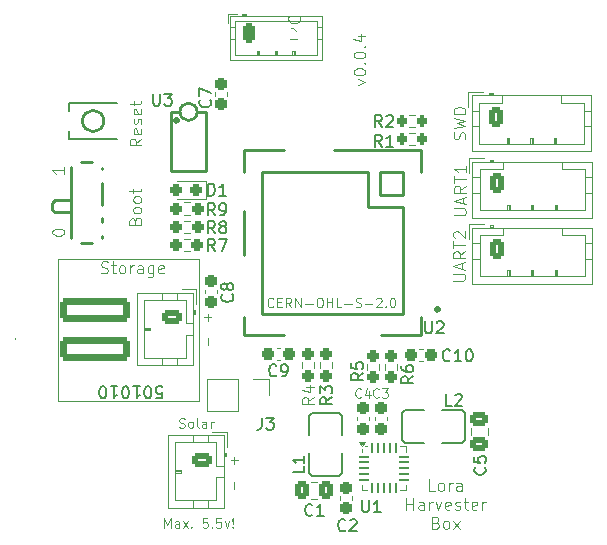
<source format=gbr>
%TF.GenerationSoftware,KiCad,Pcbnew,9.0.4*%
%TF.CreationDate,2025-10-03T18:01:33+02:00*%
%TF.ProjectId,LoraHarvesterBox,4c6f7261-4861-4727-9665-73746572426f,rev?*%
%TF.SameCoordinates,Original*%
%TF.FileFunction,Legend,Top*%
%TF.FilePolarity,Positive*%
%FSLAX46Y46*%
G04 Gerber Fmt 4.6, Leading zero omitted, Abs format (unit mm)*
G04 Created by KiCad (PCBNEW 9.0.4) date 2025-10-03 18:01:33*
%MOMM*%
%LPD*%
G01*
G04 APERTURE LIST*
G04 Aperture macros list*
%AMRoundRect*
0 Rectangle with rounded corners*
0 $1 Rounding radius*
0 $2 $3 $4 $5 $6 $7 $8 $9 X,Y pos of 4 corners*
0 Add a 4 corners polygon primitive as box body*
4,1,4,$2,$3,$4,$5,$6,$7,$8,$9,$2,$3,0*
0 Add four circle primitives for the rounded corners*
1,1,$1+$1,$2,$3*
1,1,$1+$1,$4,$5*
1,1,$1+$1,$6,$7*
1,1,$1+$1,$8,$9*
0 Add four rect primitives between the rounded corners*
20,1,$1+$1,$2,$3,$4,$5,0*
20,1,$1+$1,$4,$5,$6,$7,0*
20,1,$1+$1,$6,$7,$8,$9,0*
20,1,$1+$1,$8,$9,$2,$3,0*%
G04 Aperture macros list end*
%ADD10C,0.100000*%
%ADD11C,0.125000*%
%ADD12C,0.150000*%
%ADD13C,0.120000*%
%ADD14C,0.250000*%
%ADD15C,0.300000*%
%ADD16RoundRect,0.250000X-0.350000X-0.625000X0.350000X-0.625000X0.350000X0.625000X-0.350000X0.625000X0*%
%ADD17O,1.200000X1.750000*%
%ADD18O,1.950000X0.570000*%
%ADD19RoundRect,0.237500X-0.250000X-0.237500X0.250000X-0.237500X0.250000X0.237500X-0.250000X0.237500X0*%
%ADD20RoundRect,0.237500X0.250000X0.237500X-0.250000X0.237500X-0.250000X-0.237500X0.250000X-0.237500X0*%
%ADD21RoundRect,0.237500X0.237500X-0.300000X0.237500X0.300000X-0.237500X0.300000X-0.237500X-0.300000X0*%
%ADD22RoundRect,0.237500X-0.237500X0.300000X-0.237500X-0.300000X0.237500X-0.300000X0.237500X0.300000X0*%
%ADD23RoundRect,0.237500X-0.237500X0.250000X-0.237500X-0.250000X0.237500X-0.250000X0.237500X0.250000X0*%
%ADD24RoundRect,0.237500X0.237500X-0.250000X0.237500X0.250000X-0.237500X0.250000X-0.237500X-0.250000X0*%
%ADD25RoundRect,0.237500X-0.300000X-0.237500X0.300000X-0.237500X0.300000X0.237500X-0.300000X0.237500X0*%
%ADD26RoundRect,0.200000X0.200000X0.275000X-0.200000X0.275000X-0.200000X-0.275000X0.200000X-0.275000X0*%
%ADD27R,2.220000X1.470000*%
%ADD28R,1.700000X1.700000*%
%ADD29C,1.700000*%
%ADD30RoundRect,0.250000X-0.625000X0.350000X-0.625000X-0.350000X0.625000X-0.350000X0.625000X0.350000X0*%
%ADD31O,1.750000X1.200000*%
%ADD32C,0.900000*%
%ADD33R,1.500000X0.700000*%
%ADD34R,0.800000X1.000000*%
%ADD35RoundRect,0.237500X0.300000X0.237500X-0.300000X0.237500X-0.300000X-0.237500X0.300000X-0.237500X0*%
%ADD36RoundRect,0.250000X-0.265000X-0.615000X0.265000X-0.615000X0.265000X0.615000X-0.265000X0.615000X0*%
%ADD37O,1.030000X1.730000*%
%ADD38R,1.230000X1.360000*%
%ADD39R,1.800000X0.800000*%
%ADD40R,0.800000X1.800000*%
%ADD41R,1.470000X2.220000*%
%ADD42RoundRect,0.300000X2.700000X-0.700000X2.700000X0.700000X-2.700000X0.700000X-2.700000X-0.700000X0*%
%ADD43RoundRect,0.237500X0.287500X0.237500X-0.287500X0.237500X-0.287500X-0.237500X0.287500X-0.237500X0*%
%ADD44RoundRect,0.250000X-0.337500X-0.475000X0.337500X-0.475000X0.337500X0.475000X-0.337500X0.475000X0*%
%ADD45RoundRect,0.250000X0.475000X-0.337500X0.475000X0.337500X-0.475000X0.337500X-0.475000X-0.337500X0*%
%ADD46C,2.200000*%
%ADD47RoundRect,0.062500X-0.375000X-0.062500X0.375000X-0.062500X0.375000X0.062500X-0.375000X0.062500X0*%
%ADD48RoundRect,0.062500X-0.062500X-0.375000X0.062500X-0.375000X0.062500X0.375000X-0.062500X0.375000X0*%
%ADD49R,2.000000X2.000000*%
G04 APERTURE END LIST*
D10*
X98460000Y-82750000D02*
X98460000Y-82700000D01*
D11*
X108617309Y-72726335D02*
X108664928Y-72583478D01*
X108664928Y-72583478D02*
X108712547Y-72535859D01*
X108712547Y-72535859D02*
X108807785Y-72488240D01*
X108807785Y-72488240D02*
X108950642Y-72488240D01*
X108950642Y-72488240D02*
X109045880Y-72535859D01*
X109045880Y-72535859D02*
X109093500Y-72583478D01*
X109093500Y-72583478D02*
X109141119Y-72678716D01*
X109141119Y-72678716D02*
X109141119Y-73059668D01*
X109141119Y-73059668D02*
X108141119Y-73059668D01*
X108141119Y-73059668D02*
X108141119Y-72726335D01*
X108141119Y-72726335D02*
X108188738Y-72631097D01*
X108188738Y-72631097D02*
X108236357Y-72583478D01*
X108236357Y-72583478D02*
X108331595Y-72535859D01*
X108331595Y-72535859D02*
X108426833Y-72535859D01*
X108426833Y-72535859D02*
X108522071Y-72583478D01*
X108522071Y-72583478D02*
X108569690Y-72631097D01*
X108569690Y-72631097D02*
X108617309Y-72726335D01*
X108617309Y-72726335D02*
X108617309Y-73059668D01*
X109141119Y-71916811D02*
X109093500Y-72012049D01*
X109093500Y-72012049D02*
X109045880Y-72059668D01*
X109045880Y-72059668D02*
X108950642Y-72107287D01*
X108950642Y-72107287D02*
X108664928Y-72107287D01*
X108664928Y-72107287D02*
X108569690Y-72059668D01*
X108569690Y-72059668D02*
X108522071Y-72012049D01*
X108522071Y-72012049D02*
X108474452Y-71916811D01*
X108474452Y-71916811D02*
X108474452Y-71773954D01*
X108474452Y-71773954D02*
X108522071Y-71678716D01*
X108522071Y-71678716D02*
X108569690Y-71631097D01*
X108569690Y-71631097D02*
X108664928Y-71583478D01*
X108664928Y-71583478D02*
X108950642Y-71583478D01*
X108950642Y-71583478D02*
X109045880Y-71631097D01*
X109045880Y-71631097D02*
X109093500Y-71678716D01*
X109093500Y-71678716D02*
X109141119Y-71773954D01*
X109141119Y-71773954D02*
X109141119Y-71916811D01*
X109141119Y-71012049D02*
X109093500Y-71107287D01*
X109093500Y-71107287D02*
X109045880Y-71154906D01*
X109045880Y-71154906D02*
X108950642Y-71202525D01*
X108950642Y-71202525D02*
X108664928Y-71202525D01*
X108664928Y-71202525D02*
X108569690Y-71154906D01*
X108569690Y-71154906D02*
X108522071Y-71107287D01*
X108522071Y-71107287D02*
X108474452Y-71012049D01*
X108474452Y-71012049D02*
X108474452Y-70869192D01*
X108474452Y-70869192D02*
X108522071Y-70773954D01*
X108522071Y-70773954D02*
X108569690Y-70726335D01*
X108569690Y-70726335D02*
X108664928Y-70678716D01*
X108664928Y-70678716D02*
X108950642Y-70678716D01*
X108950642Y-70678716D02*
X109045880Y-70726335D01*
X109045880Y-70726335D02*
X109093500Y-70773954D01*
X109093500Y-70773954D02*
X109141119Y-70869192D01*
X109141119Y-70869192D02*
X109141119Y-71012049D01*
X108474452Y-70393001D02*
X108474452Y-70012049D01*
X108141119Y-70250144D02*
X108998261Y-70250144D01*
X108998261Y-70250144D02*
X109093500Y-70202525D01*
X109093500Y-70202525D02*
X109141119Y-70107287D01*
X109141119Y-70107287D02*
X109141119Y-70012049D01*
D10*
X114792133Y-83293734D02*
X114792133Y-82684211D01*
D11*
X133975237Y-95591231D02*
X133499047Y-95591231D01*
X133499047Y-95591231D02*
X133499047Y-94591231D01*
X134451428Y-95591231D02*
X134356190Y-95543612D01*
X134356190Y-95543612D02*
X134308571Y-95495992D01*
X134308571Y-95495992D02*
X134260952Y-95400754D01*
X134260952Y-95400754D02*
X134260952Y-95115040D01*
X134260952Y-95115040D02*
X134308571Y-95019802D01*
X134308571Y-95019802D02*
X134356190Y-94972183D01*
X134356190Y-94972183D02*
X134451428Y-94924564D01*
X134451428Y-94924564D02*
X134594285Y-94924564D01*
X134594285Y-94924564D02*
X134689523Y-94972183D01*
X134689523Y-94972183D02*
X134737142Y-95019802D01*
X134737142Y-95019802D02*
X134784761Y-95115040D01*
X134784761Y-95115040D02*
X134784761Y-95400754D01*
X134784761Y-95400754D02*
X134737142Y-95495992D01*
X134737142Y-95495992D02*
X134689523Y-95543612D01*
X134689523Y-95543612D02*
X134594285Y-95591231D01*
X134594285Y-95591231D02*
X134451428Y-95591231D01*
X135213333Y-95591231D02*
X135213333Y-94924564D01*
X135213333Y-95115040D02*
X135260952Y-95019802D01*
X135260952Y-95019802D02*
X135308571Y-94972183D01*
X135308571Y-94972183D02*
X135403809Y-94924564D01*
X135403809Y-94924564D02*
X135499047Y-94924564D01*
X136260952Y-95591231D02*
X136260952Y-95067421D01*
X136260952Y-95067421D02*
X136213333Y-94972183D01*
X136213333Y-94972183D02*
X136118095Y-94924564D01*
X136118095Y-94924564D02*
X135927619Y-94924564D01*
X135927619Y-94924564D02*
X135832381Y-94972183D01*
X136260952Y-95543612D02*
X136165714Y-95591231D01*
X136165714Y-95591231D02*
X135927619Y-95591231D01*
X135927619Y-95591231D02*
X135832381Y-95543612D01*
X135832381Y-95543612D02*
X135784762Y-95448373D01*
X135784762Y-95448373D02*
X135784762Y-95353135D01*
X135784762Y-95353135D02*
X135832381Y-95257897D01*
X135832381Y-95257897D02*
X135927619Y-95210278D01*
X135927619Y-95210278D02*
X136165714Y-95210278D01*
X136165714Y-95210278D02*
X136260952Y-95162659D01*
X131594285Y-97201175D02*
X131594285Y-96201175D01*
X131594285Y-96677365D02*
X132165713Y-96677365D01*
X132165713Y-97201175D02*
X132165713Y-96201175D01*
X133070475Y-97201175D02*
X133070475Y-96677365D01*
X133070475Y-96677365D02*
X133022856Y-96582127D01*
X133022856Y-96582127D02*
X132927618Y-96534508D01*
X132927618Y-96534508D02*
X132737142Y-96534508D01*
X132737142Y-96534508D02*
X132641904Y-96582127D01*
X133070475Y-97153556D02*
X132975237Y-97201175D01*
X132975237Y-97201175D02*
X132737142Y-97201175D01*
X132737142Y-97201175D02*
X132641904Y-97153556D01*
X132641904Y-97153556D02*
X132594285Y-97058317D01*
X132594285Y-97058317D02*
X132594285Y-96963079D01*
X132594285Y-96963079D02*
X132641904Y-96867841D01*
X132641904Y-96867841D02*
X132737142Y-96820222D01*
X132737142Y-96820222D02*
X132975237Y-96820222D01*
X132975237Y-96820222D02*
X133070475Y-96772603D01*
X133546666Y-97201175D02*
X133546666Y-96534508D01*
X133546666Y-96724984D02*
X133594285Y-96629746D01*
X133594285Y-96629746D02*
X133641904Y-96582127D01*
X133641904Y-96582127D02*
X133737142Y-96534508D01*
X133737142Y-96534508D02*
X133832380Y-96534508D01*
X134070476Y-96534508D02*
X134308571Y-97201175D01*
X134308571Y-97201175D02*
X134546666Y-96534508D01*
X135308571Y-97153556D02*
X135213333Y-97201175D01*
X135213333Y-97201175D02*
X135022857Y-97201175D01*
X135022857Y-97201175D02*
X134927619Y-97153556D01*
X134927619Y-97153556D02*
X134880000Y-97058317D01*
X134880000Y-97058317D02*
X134880000Y-96677365D01*
X134880000Y-96677365D02*
X134927619Y-96582127D01*
X134927619Y-96582127D02*
X135022857Y-96534508D01*
X135022857Y-96534508D02*
X135213333Y-96534508D01*
X135213333Y-96534508D02*
X135308571Y-96582127D01*
X135308571Y-96582127D02*
X135356190Y-96677365D01*
X135356190Y-96677365D02*
X135356190Y-96772603D01*
X135356190Y-96772603D02*
X134880000Y-96867841D01*
X135737143Y-97153556D02*
X135832381Y-97201175D01*
X135832381Y-97201175D02*
X136022857Y-97201175D01*
X136022857Y-97201175D02*
X136118095Y-97153556D01*
X136118095Y-97153556D02*
X136165714Y-97058317D01*
X136165714Y-97058317D02*
X136165714Y-97010698D01*
X136165714Y-97010698D02*
X136118095Y-96915460D01*
X136118095Y-96915460D02*
X136022857Y-96867841D01*
X136022857Y-96867841D02*
X135880000Y-96867841D01*
X135880000Y-96867841D02*
X135784762Y-96820222D01*
X135784762Y-96820222D02*
X135737143Y-96724984D01*
X135737143Y-96724984D02*
X135737143Y-96677365D01*
X135737143Y-96677365D02*
X135784762Y-96582127D01*
X135784762Y-96582127D02*
X135880000Y-96534508D01*
X135880000Y-96534508D02*
X136022857Y-96534508D01*
X136022857Y-96534508D02*
X136118095Y-96582127D01*
X136451429Y-96534508D02*
X136832381Y-96534508D01*
X136594286Y-96201175D02*
X136594286Y-97058317D01*
X136594286Y-97058317D02*
X136641905Y-97153556D01*
X136641905Y-97153556D02*
X136737143Y-97201175D01*
X136737143Y-97201175D02*
X136832381Y-97201175D01*
X137546667Y-97153556D02*
X137451429Y-97201175D01*
X137451429Y-97201175D02*
X137260953Y-97201175D01*
X137260953Y-97201175D02*
X137165715Y-97153556D01*
X137165715Y-97153556D02*
X137118096Y-97058317D01*
X137118096Y-97058317D02*
X137118096Y-96677365D01*
X137118096Y-96677365D02*
X137165715Y-96582127D01*
X137165715Y-96582127D02*
X137260953Y-96534508D01*
X137260953Y-96534508D02*
X137451429Y-96534508D01*
X137451429Y-96534508D02*
X137546667Y-96582127D01*
X137546667Y-96582127D02*
X137594286Y-96677365D01*
X137594286Y-96677365D02*
X137594286Y-96772603D01*
X137594286Y-96772603D02*
X137118096Y-96867841D01*
X138022858Y-97201175D02*
X138022858Y-96534508D01*
X138022858Y-96724984D02*
X138070477Y-96629746D01*
X138070477Y-96629746D02*
X138118096Y-96582127D01*
X138118096Y-96582127D02*
X138213334Y-96534508D01*
X138213334Y-96534508D02*
X138308572Y-96534508D01*
X134094285Y-98287309D02*
X134237142Y-98334928D01*
X134237142Y-98334928D02*
X134284761Y-98382547D01*
X134284761Y-98382547D02*
X134332380Y-98477785D01*
X134332380Y-98477785D02*
X134332380Y-98620642D01*
X134332380Y-98620642D02*
X134284761Y-98715880D01*
X134284761Y-98715880D02*
X134237142Y-98763500D01*
X134237142Y-98763500D02*
X134141904Y-98811119D01*
X134141904Y-98811119D02*
X133760952Y-98811119D01*
X133760952Y-98811119D02*
X133760952Y-97811119D01*
X133760952Y-97811119D02*
X134094285Y-97811119D01*
X134094285Y-97811119D02*
X134189523Y-97858738D01*
X134189523Y-97858738D02*
X134237142Y-97906357D01*
X134237142Y-97906357D02*
X134284761Y-98001595D01*
X134284761Y-98001595D02*
X134284761Y-98096833D01*
X134284761Y-98096833D02*
X134237142Y-98192071D01*
X134237142Y-98192071D02*
X134189523Y-98239690D01*
X134189523Y-98239690D02*
X134094285Y-98287309D01*
X134094285Y-98287309D02*
X133760952Y-98287309D01*
X134903809Y-98811119D02*
X134808571Y-98763500D01*
X134808571Y-98763500D02*
X134760952Y-98715880D01*
X134760952Y-98715880D02*
X134713333Y-98620642D01*
X134713333Y-98620642D02*
X134713333Y-98334928D01*
X134713333Y-98334928D02*
X134760952Y-98239690D01*
X134760952Y-98239690D02*
X134808571Y-98192071D01*
X134808571Y-98192071D02*
X134903809Y-98144452D01*
X134903809Y-98144452D02*
X135046666Y-98144452D01*
X135046666Y-98144452D02*
X135141904Y-98192071D01*
X135141904Y-98192071D02*
X135189523Y-98239690D01*
X135189523Y-98239690D02*
X135237142Y-98334928D01*
X135237142Y-98334928D02*
X135237142Y-98620642D01*
X135237142Y-98620642D02*
X135189523Y-98715880D01*
X135189523Y-98715880D02*
X135141904Y-98763500D01*
X135141904Y-98763500D02*
X135046666Y-98811119D01*
X135046666Y-98811119D02*
X134903809Y-98811119D01*
X135570476Y-98811119D02*
X136094285Y-98144452D01*
X135570476Y-98144452D02*
X136094285Y-98811119D01*
X101621119Y-73749192D02*
X101621119Y-73653954D01*
X101621119Y-73653954D02*
X101668738Y-73558716D01*
X101668738Y-73558716D02*
X101716357Y-73511097D01*
X101716357Y-73511097D02*
X101811595Y-73463478D01*
X101811595Y-73463478D02*
X102002071Y-73415859D01*
X102002071Y-73415859D02*
X102240166Y-73415859D01*
X102240166Y-73415859D02*
X102430642Y-73463478D01*
X102430642Y-73463478D02*
X102525880Y-73511097D01*
X102525880Y-73511097D02*
X102573500Y-73558716D01*
X102573500Y-73558716D02*
X102621119Y-73653954D01*
X102621119Y-73653954D02*
X102621119Y-73749192D01*
X102621119Y-73749192D02*
X102573500Y-73844430D01*
X102573500Y-73844430D02*
X102525880Y-73892049D01*
X102525880Y-73892049D02*
X102430642Y-73939668D01*
X102430642Y-73939668D02*
X102240166Y-73987287D01*
X102240166Y-73987287D02*
X102002071Y-73987287D01*
X102002071Y-73987287D02*
X101811595Y-73939668D01*
X101811595Y-73939668D02*
X101716357Y-73892049D01*
X101716357Y-73892049D02*
X101668738Y-73844430D01*
X101668738Y-73844430D02*
X101621119Y-73749192D01*
X102601119Y-68185859D02*
X102601119Y-68757287D01*
X102601119Y-68471573D02*
X101601119Y-68471573D01*
X101601119Y-68471573D02*
X101743976Y-68566811D01*
X101743976Y-68566811D02*
X101839214Y-68662049D01*
X101839214Y-68662049D02*
X101886833Y-68757287D01*
D10*
X111096265Y-98726895D02*
X111096265Y-97926895D01*
X111096265Y-97926895D02*
X111362931Y-98498323D01*
X111362931Y-98498323D02*
X111629598Y-97926895D01*
X111629598Y-97926895D02*
X111629598Y-98726895D01*
X112353408Y-98726895D02*
X112353408Y-98307847D01*
X112353408Y-98307847D02*
X112315313Y-98231657D01*
X112315313Y-98231657D02*
X112239122Y-98193561D01*
X112239122Y-98193561D02*
X112086741Y-98193561D01*
X112086741Y-98193561D02*
X112010551Y-98231657D01*
X112353408Y-98688800D02*
X112277217Y-98726895D01*
X112277217Y-98726895D02*
X112086741Y-98726895D01*
X112086741Y-98726895D02*
X112010551Y-98688800D01*
X112010551Y-98688800D02*
X111972455Y-98612609D01*
X111972455Y-98612609D02*
X111972455Y-98536419D01*
X111972455Y-98536419D02*
X112010551Y-98460228D01*
X112010551Y-98460228D02*
X112086741Y-98422133D01*
X112086741Y-98422133D02*
X112277217Y-98422133D01*
X112277217Y-98422133D02*
X112353408Y-98384038D01*
X112658170Y-98726895D02*
X113077218Y-98193561D01*
X112658170Y-98193561D02*
X113077218Y-98726895D01*
X113381980Y-98650704D02*
X113420075Y-98688800D01*
X113420075Y-98688800D02*
X113381980Y-98726895D01*
X113381980Y-98726895D02*
X113343884Y-98688800D01*
X113343884Y-98688800D02*
X113381980Y-98650704D01*
X113381980Y-98650704D02*
X113381980Y-98726895D01*
X114753408Y-97926895D02*
X114372456Y-97926895D01*
X114372456Y-97926895D02*
X114334360Y-98307847D01*
X114334360Y-98307847D02*
X114372456Y-98269752D01*
X114372456Y-98269752D02*
X114448646Y-98231657D01*
X114448646Y-98231657D02*
X114639122Y-98231657D01*
X114639122Y-98231657D02*
X114715313Y-98269752D01*
X114715313Y-98269752D02*
X114753408Y-98307847D01*
X114753408Y-98307847D02*
X114791503Y-98384038D01*
X114791503Y-98384038D02*
X114791503Y-98574514D01*
X114791503Y-98574514D02*
X114753408Y-98650704D01*
X114753408Y-98650704D02*
X114715313Y-98688800D01*
X114715313Y-98688800D02*
X114639122Y-98726895D01*
X114639122Y-98726895D02*
X114448646Y-98726895D01*
X114448646Y-98726895D02*
X114372456Y-98688800D01*
X114372456Y-98688800D02*
X114334360Y-98650704D01*
X115134361Y-98650704D02*
X115172456Y-98688800D01*
X115172456Y-98688800D02*
X115134361Y-98726895D01*
X115134361Y-98726895D02*
X115096265Y-98688800D01*
X115096265Y-98688800D02*
X115134361Y-98650704D01*
X115134361Y-98650704D02*
X115134361Y-98726895D01*
X115896265Y-97926895D02*
X115515313Y-97926895D01*
X115515313Y-97926895D02*
X115477217Y-98307847D01*
X115477217Y-98307847D02*
X115515313Y-98269752D01*
X115515313Y-98269752D02*
X115591503Y-98231657D01*
X115591503Y-98231657D02*
X115781979Y-98231657D01*
X115781979Y-98231657D02*
X115858170Y-98269752D01*
X115858170Y-98269752D02*
X115896265Y-98307847D01*
X115896265Y-98307847D02*
X115934360Y-98384038D01*
X115934360Y-98384038D02*
X115934360Y-98574514D01*
X115934360Y-98574514D02*
X115896265Y-98650704D01*
X115896265Y-98650704D02*
X115858170Y-98688800D01*
X115858170Y-98688800D02*
X115781979Y-98726895D01*
X115781979Y-98726895D02*
X115591503Y-98726895D01*
X115591503Y-98726895D02*
X115515313Y-98688800D01*
X115515313Y-98688800D02*
X115477217Y-98650704D01*
X116201027Y-98193561D02*
X116391503Y-98726895D01*
X116391503Y-98726895D02*
X116581980Y-98193561D01*
X116886742Y-98650704D02*
X116924837Y-98688800D01*
X116924837Y-98688800D02*
X116886742Y-98726895D01*
X116886742Y-98726895D02*
X116848646Y-98688800D01*
X116848646Y-98688800D02*
X116886742Y-98650704D01*
X116886742Y-98650704D02*
X116886742Y-98726895D01*
X116886742Y-98422133D02*
X116848646Y-97964990D01*
X116848646Y-97964990D02*
X116886742Y-97926895D01*
X116886742Y-97926895D02*
X116924837Y-97964990D01*
X116924837Y-97964990D02*
X116886742Y-98422133D01*
X116886742Y-98422133D02*
X116886742Y-97926895D01*
X120333408Y-79980704D02*
X120295312Y-80018800D01*
X120295312Y-80018800D02*
X120181027Y-80056895D01*
X120181027Y-80056895D02*
X120104836Y-80056895D01*
X120104836Y-80056895D02*
X119990550Y-80018800D01*
X119990550Y-80018800D02*
X119914360Y-79942609D01*
X119914360Y-79942609D02*
X119876265Y-79866419D01*
X119876265Y-79866419D02*
X119838169Y-79714038D01*
X119838169Y-79714038D02*
X119838169Y-79599752D01*
X119838169Y-79599752D02*
X119876265Y-79447371D01*
X119876265Y-79447371D02*
X119914360Y-79371180D01*
X119914360Y-79371180D02*
X119990550Y-79294990D01*
X119990550Y-79294990D02*
X120104836Y-79256895D01*
X120104836Y-79256895D02*
X120181027Y-79256895D01*
X120181027Y-79256895D02*
X120295312Y-79294990D01*
X120295312Y-79294990D02*
X120333408Y-79333085D01*
X120676265Y-79637847D02*
X120942931Y-79637847D01*
X121057217Y-80056895D02*
X120676265Y-80056895D01*
X120676265Y-80056895D02*
X120676265Y-79256895D01*
X120676265Y-79256895D02*
X121057217Y-79256895D01*
X121857218Y-80056895D02*
X121590551Y-79675942D01*
X121400075Y-80056895D02*
X121400075Y-79256895D01*
X121400075Y-79256895D02*
X121704837Y-79256895D01*
X121704837Y-79256895D02*
X121781027Y-79294990D01*
X121781027Y-79294990D02*
X121819122Y-79333085D01*
X121819122Y-79333085D02*
X121857218Y-79409276D01*
X121857218Y-79409276D02*
X121857218Y-79523561D01*
X121857218Y-79523561D02*
X121819122Y-79599752D01*
X121819122Y-79599752D02*
X121781027Y-79637847D01*
X121781027Y-79637847D02*
X121704837Y-79675942D01*
X121704837Y-79675942D02*
X121400075Y-79675942D01*
X122200075Y-80056895D02*
X122200075Y-79256895D01*
X122200075Y-79256895D02*
X122657218Y-80056895D01*
X122657218Y-80056895D02*
X122657218Y-79256895D01*
X123038170Y-79752133D02*
X123647694Y-79752133D01*
X124181027Y-79256895D02*
X124333408Y-79256895D01*
X124333408Y-79256895D02*
X124409598Y-79294990D01*
X124409598Y-79294990D02*
X124485789Y-79371180D01*
X124485789Y-79371180D02*
X124523884Y-79523561D01*
X124523884Y-79523561D02*
X124523884Y-79790228D01*
X124523884Y-79790228D02*
X124485789Y-79942609D01*
X124485789Y-79942609D02*
X124409598Y-80018800D01*
X124409598Y-80018800D02*
X124333408Y-80056895D01*
X124333408Y-80056895D02*
X124181027Y-80056895D01*
X124181027Y-80056895D02*
X124104836Y-80018800D01*
X124104836Y-80018800D02*
X124028646Y-79942609D01*
X124028646Y-79942609D02*
X123990550Y-79790228D01*
X123990550Y-79790228D02*
X123990550Y-79523561D01*
X123990550Y-79523561D02*
X124028646Y-79371180D01*
X124028646Y-79371180D02*
X124104836Y-79294990D01*
X124104836Y-79294990D02*
X124181027Y-79256895D01*
X124866741Y-80056895D02*
X124866741Y-79256895D01*
X124866741Y-79637847D02*
X125323884Y-79637847D01*
X125323884Y-80056895D02*
X125323884Y-79256895D01*
X126085788Y-80056895D02*
X125704836Y-80056895D01*
X125704836Y-80056895D02*
X125704836Y-79256895D01*
X126352455Y-79752133D02*
X126961979Y-79752133D01*
X127304835Y-80018800D02*
X127419121Y-80056895D01*
X127419121Y-80056895D02*
X127609597Y-80056895D01*
X127609597Y-80056895D02*
X127685788Y-80018800D01*
X127685788Y-80018800D02*
X127723883Y-79980704D01*
X127723883Y-79980704D02*
X127761978Y-79904514D01*
X127761978Y-79904514D02*
X127761978Y-79828323D01*
X127761978Y-79828323D02*
X127723883Y-79752133D01*
X127723883Y-79752133D02*
X127685788Y-79714038D01*
X127685788Y-79714038D02*
X127609597Y-79675942D01*
X127609597Y-79675942D02*
X127457216Y-79637847D01*
X127457216Y-79637847D02*
X127381026Y-79599752D01*
X127381026Y-79599752D02*
X127342931Y-79561657D01*
X127342931Y-79561657D02*
X127304835Y-79485466D01*
X127304835Y-79485466D02*
X127304835Y-79409276D01*
X127304835Y-79409276D02*
X127342931Y-79333085D01*
X127342931Y-79333085D02*
X127381026Y-79294990D01*
X127381026Y-79294990D02*
X127457216Y-79256895D01*
X127457216Y-79256895D02*
X127647693Y-79256895D01*
X127647693Y-79256895D02*
X127761978Y-79294990D01*
X128104836Y-79752133D02*
X128714360Y-79752133D01*
X129057216Y-79333085D02*
X129095312Y-79294990D01*
X129095312Y-79294990D02*
X129171502Y-79256895D01*
X129171502Y-79256895D02*
X129361978Y-79256895D01*
X129361978Y-79256895D02*
X129438169Y-79294990D01*
X129438169Y-79294990D02*
X129476264Y-79333085D01*
X129476264Y-79333085D02*
X129514359Y-79409276D01*
X129514359Y-79409276D02*
X129514359Y-79485466D01*
X129514359Y-79485466D02*
X129476264Y-79599752D01*
X129476264Y-79599752D02*
X129019121Y-80056895D01*
X129019121Y-80056895D02*
X129514359Y-80056895D01*
X129857217Y-79980704D02*
X129895312Y-80018800D01*
X129895312Y-80018800D02*
X129857217Y-80056895D01*
X129857217Y-80056895D02*
X129819121Y-80018800D01*
X129819121Y-80018800D02*
X129857217Y-79980704D01*
X129857217Y-79980704D02*
X129857217Y-80056895D01*
X130390550Y-79256895D02*
X130466740Y-79256895D01*
X130466740Y-79256895D02*
X130542931Y-79294990D01*
X130542931Y-79294990D02*
X130581026Y-79333085D01*
X130581026Y-79333085D02*
X130619121Y-79409276D01*
X130619121Y-79409276D02*
X130657216Y-79561657D01*
X130657216Y-79561657D02*
X130657216Y-79752133D01*
X130657216Y-79752133D02*
X130619121Y-79904514D01*
X130619121Y-79904514D02*
X130581026Y-79980704D01*
X130581026Y-79980704D02*
X130542931Y-80018800D01*
X130542931Y-80018800D02*
X130466740Y-80056895D01*
X130466740Y-80056895D02*
X130390550Y-80056895D01*
X130390550Y-80056895D02*
X130314359Y-80018800D01*
X130314359Y-80018800D02*
X130276264Y-79980704D01*
X130276264Y-79980704D02*
X130238169Y-79904514D01*
X130238169Y-79904514D02*
X130200073Y-79752133D01*
X130200073Y-79752133D02*
X130200073Y-79561657D01*
X130200073Y-79561657D02*
X130238169Y-79409276D01*
X130238169Y-79409276D02*
X130276264Y-79333085D01*
X130276264Y-79333085D02*
X130314359Y-79294990D01*
X130314359Y-79294990D02*
X130390550Y-79256895D01*
X112378169Y-90228800D02*
X112492455Y-90266895D01*
X112492455Y-90266895D02*
X112682931Y-90266895D01*
X112682931Y-90266895D02*
X112759122Y-90228800D01*
X112759122Y-90228800D02*
X112797217Y-90190704D01*
X112797217Y-90190704D02*
X112835312Y-90114514D01*
X112835312Y-90114514D02*
X112835312Y-90038323D01*
X112835312Y-90038323D02*
X112797217Y-89962133D01*
X112797217Y-89962133D02*
X112759122Y-89924038D01*
X112759122Y-89924038D02*
X112682931Y-89885942D01*
X112682931Y-89885942D02*
X112530550Y-89847847D01*
X112530550Y-89847847D02*
X112454360Y-89809752D01*
X112454360Y-89809752D02*
X112416265Y-89771657D01*
X112416265Y-89771657D02*
X112378169Y-89695466D01*
X112378169Y-89695466D02*
X112378169Y-89619276D01*
X112378169Y-89619276D02*
X112416265Y-89543085D01*
X112416265Y-89543085D02*
X112454360Y-89504990D01*
X112454360Y-89504990D02*
X112530550Y-89466895D01*
X112530550Y-89466895D02*
X112721027Y-89466895D01*
X112721027Y-89466895D02*
X112835312Y-89504990D01*
X113292455Y-90266895D02*
X113216265Y-90228800D01*
X113216265Y-90228800D02*
X113178170Y-90190704D01*
X113178170Y-90190704D02*
X113140074Y-90114514D01*
X113140074Y-90114514D02*
X113140074Y-89885942D01*
X113140074Y-89885942D02*
X113178170Y-89809752D01*
X113178170Y-89809752D02*
X113216265Y-89771657D01*
X113216265Y-89771657D02*
X113292455Y-89733561D01*
X113292455Y-89733561D02*
X113406741Y-89733561D01*
X113406741Y-89733561D02*
X113482932Y-89771657D01*
X113482932Y-89771657D02*
X113521027Y-89809752D01*
X113521027Y-89809752D02*
X113559122Y-89885942D01*
X113559122Y-89885942D02*
X113559122Y-90114514D01*
X113559122Y-90114514D02*
X113521027Y-90190704D01*
X113521027Y-90190704D02*
X113482932Y-90228800D01*
X113482932Y-90228800D02*
X113406741Y-90266895D01*
X113406741Y-90266895D02*
X113292455Y-90266895D01*
X114016265Y-90266895D02*
X113940075Y-90228800D01*
X113940075Y-90228800D02*
X113901980Y-90152609D01*
X113901980Y-90152609D02*
X113901980Y-89466895D01*
X114663885Y-90266895D02*
X114663885Y-89847847D01*
X114663885Y-89847847D02*
X114625790Y-89771657D01*
X114625790Y-89771657D02*
X114549599Y-89733561D01*
X114549599Y-89733561D02*
X114397218Y-89733561D01*
X114397218Y-89733561D02*
X114321028Y-89771657D01*
X114663885Y-90228800D02*
X114587694Y-90266895D01*
X114587694Y-90266895D02*
X114397218Y-90266895D01*
X114397218Y-90266895D02*
X114321028Y-90228800D01*
X114321028Y-90228800D02*
X114282932Y-90152609D01*
X114282932Y-90152609D02*
X114282932Y-90076419D01*
X114282932Y-90076419D02*
X114321028Y-90000228D01*
X114321028Y-90000228D02*
X114397218Y-89962133D01*
X114397218Y-89962133D02*
X114587694Y-89962133D01*
X114587694Y-89962133D02*
X114663885Y-89924038D01*
X115044838Y-90266895D02*
X115044838Y-89733561D01*
X115044838Y-89885942D02*
X115082933Y-89809752D01*
X115082933Y-89809752D02*
X115121028Y-89771657D01*
X115121028Y-89771657D02*
X115197219Y-89733561D01*
X115197219Y-89733561D02*
X115273409Y-89733561D01*
D11*
X105742712Y-77133500D02*
X105885569Y-77181119D01*
X105885569Y-77181119D02*
X106123664Y-77181119D01*
X106123664Y-77181119D02*
X106218902Y-77133500D01*
X106218902Y-77133500D02*
X106266521Y-77085880D01*
X106266521Y-77085880D02*
X106314140Y-76990642D01*
X106314140Y-76990642D02*
X106314140Y-76895404D01*
X106314140Y-76895404D02*
X106266521Y-76800166D01*
X106266521Y-76800166D02*
X106218902Y-76752547D01*
X106218902Y-76752547D02*
X106123664Y-76704928D01*
X106123664Y-76704928D02*
X105933188Y-76657309D01*
X105933188Y-76657309D02*
X105837950Y-76609690D01*
X105837950Y-76609690D02*
X105790331Y-76562071D01*
X105790331Y-76562071D02*
X105742712Y-76466833D01*
X105742712Y-76466833D02*
X105742712Y-76371595D01*
X105742712Y-76371595D02*
X105790331Y-76276357D01*
X105790331Y-76276357D02*
X105837950Y-76228738D01*
X105837950Y-76228738D02*
X105933188Y-76181119D01*
X105933188Y-76181119D02*
X106171283Y-76181119D01*
X106171283Y-76181119D02*
X106314140Y-76228738D01*
X106599855Y-76514452D02*
X106980807Y-76514452D01*
X106742712Y-76181119D02*
X106742712Y-77038261D01*
X106742712Y-77038261D02*
X106790331Y-77133500D01*
X106790331Y-77133500D02*
X106885569Y-77181119D01*
X106885569Y-77181119D02*
X106980807Y-77181119D01*
X107456998Y-77181119D02*
X107361760Y-77133500D01*
X107361760Y-77133500D02*
X107314141Y-77085880D01*
X107314141Y-77085880D02*
X107266522Y-76990642D01*
X107266522Y-76990642D02*
X107266522Y-76704928D01*
X107266522Y-76704928D02*
X107314141Y-76609690D01*
X107314141Y-76609690D02*
X107361760Y-76562071D01*
X107361760Y-76562071D02*
X107456998Y-76514452D01*
X107456998Y-76514452D02*
X107599855Y-76514452D01*
X107599855Y-76514452D02*
X107695093Y-76562071D01*
X107695093Y-76562071D02*
X107742712Y-76609690D01*
X107742712Y-76609690D02*
X107790331Y-76704928D01*
X107790331Y-76704928D02*
X107790331Y-76990642D01*
X107790331Y-76990642D02*
X107742712Y-77085880D01*
X107742712Y-77085880D02*
X107695093Y-77133500D01*
X107695093Y-77133500D02*
X107599855Y-77181119D01*
X107599855Y-77181119D02*
X107456998Y-77181119D01*
X108218903Y-77181119D02*
X108218903Y-76514452D01*
X108218903Y-76704928D02*
X108266522Y-76609690D01*
X108266522Y-76609690D02*
X108314141Y-76562071D01*
X108314141Y-76562071D02*
X108409379Y-76514452D01*
X108409379Y-76514452D02*
X108504617Y-76514452D01*
X109266522Y-77181119D02*
X109266522Y-76657309D01*
X109266522Y-76657309D02*
X109218903Y-76562071D01*
X109218903Y-76562071D02*
X109123665Y-76514452D01*
X109123665Y-76514452D02*
X108933189Y-76514452D01*
X108933189Y-76514452D02*
X108837951Y-76562071D01*
X109266522Y-77133500D02*
X109171284Y-77181119D01*
X109171284Y-77181119D02*
X108933189Y-77181119D01*
X108933189Y-77181119D02*
X108837951Y-77133500D01*
X108837951Y-77133500D02*
X108790332Y-77038261D01*
X108790332Y-77038261D02*
X108790332Y-76943023D01*
X108790332Y-76943023D02*
X108837951Y-76847785D01*
X108837951Y-76847785D02*
X108933189Y-76800166D01*
X108933189Y-76800166D02*
X109171284Y-76800166D01*
X109171284Y-76800166D02*
X109266522Y-76752547D01*
X110171284Y-76514452D02*
X110171284Y-77323976D01*
X110171284Y-77323976D02*
X110123665Y-77419214D01*
X110123665Y-77419214D02*
X110076046Y-77466833D01*
X110076046Y-77466833D02*
X109980808Y-77514452D01*
X109980808Y-77514452D02*
X109837951Y-77514452D01*
X109837951Y-77514452D02*
X109742713Y-77466833D01*
X110171284Y-77133500D02*
X110076046Y-77181119D01*
X110076046Y-77181119D02*
X109885570Y-77181119D01*
X109885570Y-77181119D02*
X109790332Y-77133500D01*
X109790332Y-77133500D02*
X109742713Y-77085880D01*
X109742713Y-77085880D02*
X109695094Y-76990642D01*
X109695094Y-76990642D02*
X109695094Y-76704928D01*
X109695094Y-76704928D02*
X109742713Y-76609690D01*
X109742713Y-76609690D02*
X109790332Y-76562071D01*
X109790332Y-76562071D02*
X109885570Y-76514452D01*
X109885570Y-76514452D02*
X110076046Y-76514452D01*
X110076046Y-76514452D02*
X110171284Y-76562071D01*
X111028427Y-77133500D02*
X110933189Y-77181119D01*
X110933189Y-77181119D02*
X110742713Y-77181119D01*
X110742713Y-77181119D02*
X110647475Y-77133500D01*
X110647475Y-77133500D02*
X110599856Y-77038261D01*
X110599856Y-77038261D02*
X110599856Y-76657309D01*
X110599856Y-76657309D02*
X110647475Y-76562071D01*
X110647475Y-76562071D02*
X110742713Y-76514452D01*
X110742713Y-76514452D02*
X110933189Y-76514452D01*
X110933189Y-76514452D02*
X111028427Y-76562071D01*
X111028427Y-76562071D02*
X111076046Y-76657309D01*
X111076046Y-76657309D02*
X111076046Y-76752547D01*
X111076046Y-76752547D02*
X110599856Y-76847785D01*
X136543500Y-65827287D02*
X136591119Y-65684430D01*
X136591119Y-65684430D02*
X136591119Y-65446335D01*
X136591119Y-65446335D02*
X136543500Y-65351097D01*
X136543500Y-65351097D02*
X136495880Y-65303478D01*
X136495880Y-65303478D02*
X136400642Y-65255859D01*
X136400642Y-65255859D02*
X136305404Y-65255859D01*
X136305404Y-65255859D02*
X136210166Y-65303478D01*
X136210166Y-65303478D02*
X136162547Y-65351097D01*
X136162547Y-65351097D02*
X136114928Y-65446335D01*
X136114928Y-65446335D02*
X136067309Y-65636811D01*
X136067309Y-65636811D02*
X136019690Y-65732049D01*
X136019690Y-65732049D02*
X135972071Y-65779668D01*
X135972071Y-65779668D02*
X135876833Y-65827287D01*
X135876833Y-65827287D02*
X135781595Y-65827287D01*
X135781595Y-65827287D02*
X135686357Y-65779668D01*
X135686357Y-65779668D02*
X135638738Y-65732049D01*
X135638738Y-65732049D02*
X135591119Y-65636811D01*
X135591119Y-65636811D02*
X135591119Y-65398716D01*
X135591119Y-65398716D02*
X135638738Y-65255859D01*
X135591119Y-64922525D02*
X136591119Y-64684430D01*
X136591119Y-64684430D02*
X135876833Y-64493954D01*
X135876833Y-64493954D02*
X136591119Y-64303478D01*
X136591119Y-64303478D02*
X135591119Y-64065383D01*
X136591119Y-63684430D02*
X135591119Y-63684430D01*
X135591119Y-63684430D02*
X135591119Y-63446335D01*
X135591119Y-63446335D02*
X135638738Y-63303478D01*
X135638738Y-63303478D02*
X135733976Y-63208240D01*
X135733976Y-63208240D02*
X135829214Y-63160621D01*
X135829214Y-63160621D02*
X136019690Y-63113002D01*
X136019690Y-63113002D02*
X136162547Y-63113002D01*
X136162547Y-63113002D02*
X136353023Y-63160621D01*
X136353023Y-63160621D02*
X136448261Y-63208240D01*
X136448261Y-63208240D02*
X136543500Y-63303478D01*
X136543500Y-63303478D02*
X136591119Y-63446335D01*
X136591119Y-63446335D02*
X136591119Y-63684430D01*
D10*
X117032133Y-93313734D02*
X117032133Y-92704211D01*
X117336895Y-93008972D02*
X116727371Y-93008972D01*
D11*
X127454452Y-61224906D02*
X128121119Y-60986811D01*
X128121119Y-60986811D02*
X127454452Y-60748716D01*
X127121119Y-60177287D02*
X127121119Y-60082049D01*
X127121119Y-60082049D02*
X127168738Y-59986811D01*
X127168738Y-59986811D02*
X127216357Y-59939192D01*
X127216357Y-59939192D02*
X127311595Y-59891573D01*
X127311595Y-59891573D02*
X127502071Y-59843954D01*
X127502071Y-59843954D02*
X127740166Y-59843954D01*
X127740166Y-59843954D02*
X127930642Y-59891573D01*
X127930642Y-59891573D02*
X128025880Y-59939192D01*
X128025880Y-59939192D02*
X128073500Y-59986811D01*
X128073500Y-59986811D02*
X128121119Y-60082049D01*
X128121119Y-60082049D02*
X128121119Y-60177287D01*
X128121119Y-60177287D02*
X128073500Y-60272525D01*
X128073500Y-60272525D02*
X128025880Y-60320144D01*
X128025880Y-60320144D02*
X127930642Y-60367763D01*
X127930642Y-60367763D02*
X127740166Y-60415382D01*
X127740166Y-60415382D02*
X127502071Y-60415382D01*
X127502071Y-60415382D02*
X127311595Y-60367763D01*
X127311595Y-60367763D02*
X127216357Y-60320144D01*
X127216357Y-60320144D02*
X127168738Y-60272525D01*
X127168738Y-60272525D02*
X127121119Y-60177287D01*
X128025880Y-59415382D02*
X128073500Y-59367763D01*
X128073500Y-59367763D02*
X128121119Y-59415382D01*
X128121119Y-59415382D02*
X128073500Y-59463001D01*
X128073500Y-59463001D02*
X128025880Y-59415382D01*
X128025880Y-59415382D02*
X128121119Y-59415382D01*
X127121119Y-58748716D02*
X127121119Y-58653478D01*
X127121119Y-58653478D02*
X127168738Y-58558240D01*
X127168738Y-58558240D02*
X127216357Y-58510621D01*
X127216357Y-58510621D02*
X127311595Y-58463002D01*
X127311595Y-58463002D02*
X127502071Y-58415383D01*
X127502071Y-58415383D02*
X127740166Y-58415383D01*
X127740166Y-58415383D02*
X127930642Y-58463002D01*
X127930642Y-58463002D02*
X128025880Y-58510621D01*
X128025880Y-58510621D02*
X128073500Y-58558240D01*
X128073500Y-58558240D02*
X128121119Y-58653478D01*
X128121119Y-58653478D02*
X128121119Y-58748716D01*
X128121119Y-58748716D02*
X128073500Y-58843954D01*
X128073500Y-58843954D02*
X128025880Y-58891573D01*
X128025880Y-58891573D02*
X127930642Y-58939192D01*
X127930642Y-58939192D02*
X127740166Y-58986811D01*
X127740166Y-58986811D02*
X127502071Y-58986811D01*
X127502071Y-58986811D02*
X127311595Y-58939192D01*
X127311595Y-58939192D02*
X127216357Y-58891573D01*
X127216357Y-58891573D02*
X127168738Y-58843954D01*
X127168738Y-58843954D02*
X127121119Y-58748716D01*
X128025880Y-57986811D02*
X128073500Y-57939192D01*
X128073500Y-57939192D02*
X128121119Y-57986811D01*
X128121119Y-57986811D02*
X128073500Y-58034430D01*
X128073500Y-58034430D02*
X128025880Y-57986811D01*
X128025880Y-57986811D02*
X128121119Y-57986811D01*
X127454452Y-57082050D02*
X128121119Y-57082050D01*
X127073500Y-57320145D02*
X127787785Y-57558240D01*
X127787785Y-57558240D02*
X127787785Y-56939193D01*
X135581119Y-77799668D02*
X136390642Y-77799668D01*
X136390642Y-77799668D02*
X136485880Y-77752049D01*
X136485880Y-77752049D02*
X136533500Y-77704430D01*
X136533500Y-77704430D02*
X136581119Y-77609192D01*
X136581119Y-77609192D02*
X136581119Y-77418716D01*
X136581119Y-77418716D02*
X136533500Y-77323478D01*
X136533500Y-77323478D02*
X136485880Y-77275859D01*
X136485880Y-77275859D02*
X136390642Y-77228240D01*
X136390642Y-77228240D02*
X135581119Y-77228240D01*
X136295404Y-76799668D02*
X136295404Y-76323478D01*
X136581119Y-76894906D02*
X135581119Y-76561573D01*
X135581119Y-76561573D02*
X136581119Y-76228240D01*
X136581119Y-75323478D02*
X136104928Y-75656811D01*
X136581119Y-75894906D02*
X135581119Y-75894906D01*
X135581119Y-75894906D02*
X135581119Y-75513954D01*
X135581119Y-75513954D02*
X135628738Y-75418716D01*
X135628738Y-75418716D02*
X135676357Y-75371097D01*
X135676357Y-75371097D02*
X135771595Y-75323478D01*
X135771595Y-75323478D02*
X135914452Y-75323478D01*
X135914452Y-75323478D02*
X136009690Y-75371097D01*
X136009690Y-75371097D02*
X136057309Y-75418716D01*
X136057309Y-75418716D02*
X136104928Y-75513954D01*
X136104928Y-75513954D02*
X136104928Y-75894906D01*
X135581119Y-75037763D02*
X135581119Y-74466335D01*
X136581119Y-74752049D02*
X135581119Y-74752049D01*
X135676357Y-74180620D02*
X135628738Y-74133001D01*
X135628738Y-74133001D02*
X135581119Y-74037763D01*
X135581119Y-74037763D02*
X135581119Y-73799668D01*
X135581119Y-73799668D02*
X135628738Y-73704430D01*
X135628738Y-73704430D02*
X135676357Y-73656811D01*
X135676357Y-73656811D02*
X135771595Y-73609192D01*
X135771595Y-73609192D02*
X135866833Y-73609192D01*
X135866833Y-73609192D02*
X136009690Y-73656811D01*
X136009690Y-73656811D02*
X136581119Y-74228239D01*
X136581119Y-74228239D02*
X136581119Y-73609192D01*
X135641119Y-72259668D02*
X136450642Y-72259668D01*
X136450642Y-72259668D02*
X136545880Y-72212049D01*
X136545880Y-72212049D02*
X136593500Y-72164430D01*
X136593500Y-72164430D02*
X136641119Y-72069192D01*
X136641119Y-72069192D02*
X136641119Y-71878716D01*
X136641119Y-71878716D02*
X136593500Y-71783478D01*
X136593500Y-71783478D02*
X136545880Y-71735859D01*
X136545880Y-71735859D02*
X136450642Y-71688240D01*
X136450642Y-71688240D02*
X135641119Y-71688240D01*
X136355404Y-71259668D02*
X136355404Y-70783478D01*
X136641119Y-71354906D02*
X135641119Y-71021573D01*
X135641119Y-71021573D02*
X136641119Y-70688240D01*
X136641119Y-69783478D02*
X136164928Y-70116811D01*
X136641119Y-70354906D02*
X135641119Y-70354906D01*
X135641119Y-70354906D02*
X135641119Y-69973954D01*
X135641119Y-69973954D02*
X135688738Y-69878716D01*
X135688738Y-69878716D02*
X135736357Y-69831097D01*
X135736357Y-69831097D02*
X135831595Y-69783478D01*
X135831595Y-69783478D02*
X135974452Y-69783478D01*
X135974452Y-69783478D02*
X136069690Y-69831097D01*
X136069690Y-69831097D02*
X136117309Y-69878716D01*
X136117309Y-69878716D02*
X136164928Y-69973954D01*
X136164928Y-69973954D02*
X136164928Y-70354906D01*
X135641119Y-69497763D02*
X135641119Y-68926335D01*
X136641119Y-69212049D02*
X135641119Y-69212049D01*
X136641119Y-68069192D02*
X136641119Y-68640620D01*
X136641119Y-68354906D02*
X135641119Y-68354906D01*
X135641119Y-68354906D02*
X135783976Y-68450144D01*
X135783976Y-68450144D02*
X135879214Y-68545382D01*
X135879214Y-68545382D02*
X135926833Y-68640620D01*
X122591119Y-57389668D02*
X121591119Y-57389668D01*
X121686357Y-56961097D02*
X121638738Y-56913478D01*
X121638738Y-56913478D02*
X121591119Y-56818240D01*
X121591119Y-56818240D02*
X121591119Y-56580145D01*
X121591119Y-56580145D02*
X121638738Y-56484907D01*
X121638738Y-56484907D02*
X121686357Y-56437288D01*
X121686357Y-56437288D02*
X121781595Y-56389669D01*
X121781595Y-56389669D02*
X121876833Y-56389669D01*
X121876833Y-56389669D02*
X122019690Y-56437288D01*
X122019690Y-56437288D02*
X122591119Y-57008716D01*
X122591119Y-57008716D02*
X122591119Y-56389669D01*
X122495880Y-55389669D02*
X122543500Y-55437288D01*
X122543500Y-55437288D02*
X122591119Y-55580145D01*
X122591119Y-55580145D02*
X122591119Y-55675383D01*
X122591119Y-55675383D02*
X122543500Y-55818240D01*
X122543500Y-55818240D02*
X122448261Y-55913478D01*
X122448261Y-55913478D02*
X122353023Y-55961097D01*
X122353023Y-55961097D02*
X122162547Y-56008716D01*
X122162547Y-56008716D02*
X122019690Y-56008716D01*
X122019690Y-56008716D02*
X121829214Y-55961097D01*
X121829214Y-55961097D02*
X121733976Y-55913478D01*
X121733976Y-55913478D02*
X121638738Y-55818240D01*
X121638738Y-55818240D02*
X121591119Y-55675383D01*
X121591119Y-55675383D02*
X121591119Y-55580145D01*
X121591119Y-55580145D02*
X121638738Y-55437288D01*
X121638738Y-55437288D02*
X121686357Y-55389669D01*
X109161119Y-65778240D02*
X108684928Y-66111573D01*
X109161119Y-66349668D02*
X108161119Y-66349668D01*
X108161119Y-66349668D02*
X108161119Y-65968716D01*
X108161119Y-65968716D02*
X108208738Y-65873478D01*
X108208738Y-65873478D02*
X108256357Y-65825859D01*
X108256357Y-65825859D02*
X108351595Y-65778240D01*
X108351595Y-65778240D02*
X108494452Y-65778240D01*
X108494452Y-65778240D02*
X108589690Y-65825859D01*
X108589690Y-65825859D02*
X108637309Y-65873478D01*
X108637309Y-65873478D02*
X108684928Y-65968716D01*
X108684928Y-65968716D02*
X108684928Y-66349668D01*
X109113500Y-64968716D02*
X109161119Y-65063954D01*
X109161119Y-65063954D02*
X109161119Y-65254430D01*
X109161119Y-65254430D02*
X109113500Y-65349668D01*
X109113500Y-65349668D02*
X109018261Y-65397287D01*
X109018261Y-65397287D02*
X108637309Y-65397287D01*
X108637309Y-65397287D02*
X108542071Y-65349668D01*
X108542071Y-65349668D02*
X108494452Y-65254430D01*
X108494452Y-65254430D02*
X108494452Y-65063954D01*
X108494452Y-65063954D02*
X108542071Y-64968716D01*
X108542071Y-64968716D02*
X108637309Y-64921097D01*
X108637309Y-64921097D02*
X108732547Y-64921097D01*
X108732547Y-64921097D02*
X108827785Y-65397287D01*
X109113500Y-64540144D02*
X109161119Y-64444906D01*
X109161119Y-64444906D02*
X109161119Y-64254430D01*
X109161119Y-64254430D02*
X109113500Y-64159192D01*
X109113500Y-64159192D02*
X109018261Y-64111573D01*
X109018261Y-64111573D02*
X108970642Y-64111573D01*
X108970642Y-64111573D02*
X108875404Y-64159192D01*
X108875404Y-64159192D02*
X108827785Y-64254430D01*
X108827785Y-64254430D02*
X108827785Y-64397287D01*
X108827785Y-64397287D02*
X108780166Y-64492525D01*
X108780166Y-64492525D02*
X108684928Y-64540144D01*
X108684928Y-64540144D02*
X108637309Y-64540144D01*
X108637309Y-64540144D02*
X108542071Y-64492525D01*
X108542071Y-64492525D02*
X108494452Y-64397287D01*
X108494452Y-64397287D02*
X108494452Y-64254430D01*
X108494452Y-64254430D02*
X108542071Y-64159192D01*
X109113500Y-63302049D02*
X109161119Y-63397287D01*
X109161119Y-63397287D02*
X109161119Y-63587763D01*
X109161119Y-63587763D02*
X109113500Y-63683001D01*
X109113500Y-63683001D02*
X109018261Y-63730620D01*
X109018261Y-63730620D02*
X108637309Y-63730620D01*
X108637309Y-63730620D02*
X108542071Y-63683001D01*
X108542071Y-63683001D02*
X108494452Y-63587763D01*
X108494452Y-63587763D02*
X108494452Y-63397287D01*
X108494452Y-63397287D02*
X108542071Y-63302049D01*
X108542071Y-63302049D02*
X108637309Y-63254430D01*
X108637309Y-63254430D02*
X108732547Y-63254430D01*
X108732547Y-63254430D02*
X108827785Y-63730620D01*
X108494452Y-62968715D02*
X108494452Y-62587763D01*
X108161119Y-62825858D02*
X109018261Y-62825858D01*
X109018261Y-62825858D02*
X109113500Y-62778239D01*
X109113500Y-62778239D02*
X109161119Y-62683001D01*
X109161119Y-62683001D02*
X109161119Y-62587763D01*
D10*
X117002133Y-95433734D02*
X117002133Y-94824211D01*
X114782133Y-81213734D02*
X114782133Y-80604211D01*
X115086895Y-80908972D02*
X114477371Y-80908972D01*
D12*
X110158095Y-61984819D02*
X110158095Y-62794342D01*
X110158095Y-62794342D02*
X110205714Y-62889580D01*
X110205714Y-62889580D02*
X110253333Y-62937200D01*
X110253333Y-62937200D02*
X110348571Y-62984819D01*
X110348571Y-62984819D02*
X110539047Y-62984819D01*
X110539047Y-62984819D02*
X110634285Y-62937200D01*
X110634285Y-62937200D02*
X110681904Y-62889580D01*
X110681904Y-62889580D02*
X110729523Y-62794342D01*
X110729523Y-62794342D02*
X110729523Y-61984819D01*
X111110476Y-61984819D02*
X111729523Y-61984819D01*
X111729523Y-61984819D02*
X111396190Y-62365771D01*
X111396190Y-62365771D02*
X111539047Y-62365771D01*
X111539047Y-62365771D02*
X111634285Y-62413390D01*
X111634285Y-62413390D02*
X111681904Y-62461009D01*
X111681904Y-62461009D02*
X111729523Y-62556247D01*
X111729523Y-62556247D02*
X111729523Y-62794342D01*
X111729523Y-62794342D02*
X111681904Y-62889580D01*
X111681904Y-62889580D02*
X111634285Y-62937200D01*
X111634285Y-62937200D02*
X111539047Y-62984819D01*
X111539047Y-62984819D02*
X111253333Y-62984819D01*
X111253333Y-62984819D02*
X111158095Y-62937200D01*
X111158095Y-62937200D02*
X111110476Y-62889580D01*
X115383333Y-73784819D02*
X115050000Y-73308628D01*
X114811905Y-73784819D02*
X114811905Y-72784819D01*
X114811905Y-72784819D02*
X115192857Y-72784819D01*
X115192857Y-72784819D02*
X115288095Y-72832438D01*
X115288095Y-72832438D02*
X115335714Y-72880057D01*
X115335714Y-72880057D02*
X115383333Y-72975295D01*
X115383333Y-72975295D02*
X115383333Y-73118152D01*
X115383333Y-73118152D02*
X115335714Y-73213390D01*
X115335714Y-73213390D02*
X115288095Y-73261009D01*
X115288095Y-73261009D02*
X115192857Y-73308628D01*
X115192857Y-73308628D02*
X114811905Y-73308628D01*
X115954762Y-73213390D02*
X115859524Y-73165771D01*
X115859524Y-73165771D02*
X115811905Y-73118152D01*
X115811905Y-73118152D02*
X115764286Y-73022914D01*
X115764286Y-73022914D02*
X115764286Y-72975295D01*
X115764286Y-72975295D02*
X115811905Y-72880057D01*
X115811905Y-72880057D02*
X115859524Y-72832438D01*
X115859524Y-72832438D02*
X115954762Y-72784819D01*
X115954762Y-72784819D02*
X116145238Y-72784819D01*
X116145238Y-72784819D02*
X116240476Y-72832438D01*
X116240476Y-72832438D02*
X116288095Y-72880057D01*
X116288095Y-72880057D02*
X116335714Y-72975295D01*
X116335714Y-72975295D02*
X116335714Y-73022914D01*
X116335714Y-73022914D02*
X116288095Y-73118152D01*
X116288095Y-73118152D02*
X116240476Y-73165771D01*
X116240476Y-73165771D02*
X116145238Y-73213390D01*
X116145238Y-73213390D02*
X115954762Y-73213390D01*
X115954762Y-73213390D02*
X115859524Y-73261009D01*
X115859524Y-73261009D02*
X115811905Y-73308628D01*
X115811905Y-73308628D02*
X115764286Y-73403866D01*
X115764286Y-73403866D02*
X115764286Y-73594342D01*
X115764286Y-73594342D02*
X115811905Y-73689580D01*
X115811905Y-73689580D02*
X115859524Y-73737200D01*
X115859524Y-73737200D02*
X115954762Y-73784819D01*
X115954762Y-73784819D02*
X116145238Y-73784819D01*
X116145238Y-73784819D02*
X116240476Y-73737200D01*
X116240476Y-73737200D02*
X116288095Y-73689580D01*
X116288095Y-73689580D02*
X116335714Y-73594342D01*
X116335714Y-73594342D02*
X116335714Y-73403866D01*
X116335714Y-73403866D02*
X116288095Y-73308628D01*
X116288095Y-73308628D02*
X116240476Y-73261009D01*
X116240476Y-73261009D02*
X116145238Y-73213390D01*
X115373333Y-72274819D02*
X115040000Y-71798628D01*
X114801905Y-72274819D02*
X114801905Y-71274819D01*
X114801905Y-71274819D02*
X115182857Y-71274819D01*
X115182857Y-71274819D02*
X115278095Y-71322438D01*
X115278095Y-71322438D02*
X115325714Y-71370057D01*
X115325714Y-71370057D02*
X115373333Y-71465295D01*
X115373333Y-71465295D02*
X115373333Y-71608152D01*
X115373333Y-71608152D02*
X115325714Y-71703390D01*
X115325714Y-71703390D02*
X115278095Y-71751009D01*
X115278095Y-71751009D02*
X115182857Y-71798628D01*
X115182857Y-71798628D02*
X114801905Y-71798628D01*
X115849524Y-72274819D02*
X116040000Y-72274819D01*
X116040000Y-72274819D02*
X116135238Y-72227200D01*
X116135238Y-72227200D02*
X116182857Y-72179580D01*
X116182857Y-72179580D02*
X116278095Y-72036723D01*
X116278095Y-72036723D02*
X116325714Y-71846247D01*
X116325714Y-71846247D02*
X116325714Y-71465295D01*
X116325714Y-71465295D02*
X116278095Y-71370057D01*
X116278095Y-71370057D02*
X116230476Y-71322438D01*
X116230476Y-71322438D02*
X116135238Y-71274819D01*
X116135238Y-71274819D02*
X115944762Y-71274819D01*
X115944762Y-71274819D02*
X115849524Y-71322438D01*
X115849524Y-71322438D02*
X115801905Y-71370057D01*
X115801905Y-71370057D02*
X115754286Y-71465295D01*
X115754286Y-71465295D02*
X115754286Y-71703390D01*
X115754286Y-71703390D02*
X115801905Y-71798628D01*
X115801905Y-71798628D02*
X115849524Y-71846247D01*
X115849524Y-71846247D02*
X115944762Y-71893866D01*
X115944762Y-71893866D02*
X116135238Y-71893866D01*
X116135238Y-71893866D02*
X116230476Y-71846247D01*
X116230476Y-71846247D02*
X116278095Y-71798628D01*
X116278095Y-71798628D02*
X116325714Y-71703390D01*
X115383333Y-75304819D02*
X115050000Y-74828628D01*
X114811905Y-75304819D02*
X114811905Y-74304819D01*
X114811905Y-74304819D02*
X115192857Y-74304819D01*
X115192857Y-74304819D02*
X115288095Y-74352438D01*
X115288095Y-74352438D02*
X115335714Y-74400057D01*
X115335714Y-74400057D02*
X115383333Y-74495295D01*
X115383333Y-74495295D02*
X115383333Y-74638152D01*
X115383333Y-74638152D02*
X115335714Y-74733390D01*
X115335714Y-74733390D02*
X115288095Y-74781009D01*
X115288095Y-74781009D02*
X115192857Y-74828628D01*
X115192857Y-74828628D02*
X114811905Y-74828628D01*
X115716667Y-74304819D02*
X116383333Y-74304819D01*
X116383333Y-74304819D02*
X115954762Y-75304819D01*
D10*
X127756667Y-87648704D02*
X127718571Y-87686800D01*
X127718571Y-87686800D02*
X127604286Y-87724895D01*
X127604286Y-87724895D02*
X127528095Y-87724895D01*
X127528095Y-87724895D02*
X127413809Y-87686800D01*
X127413809Y-87686800D02*
X127337619Y-87610609D01*
X127337619Y-87610609D02*
X127299524Y-87534419D01*
X127299524Y-87534419D02*
X127261428Y-87382038D01*
X127261428Y-87382038D02*
X127261428Y-87267752D01*
X127261428Y-87267752D02*
X127299524Y-87115371D01*
X127299524Y-87115371D02*
X127337619Y-87039180D01*
X127337619Y-87039180D02*
X127413809Y-86962990D01*
X127413809Y-86962990D02*
X127528095Y-86924895D01*
X127528095Y-86924895D02*
X127604286Y-86924895D01*
X127604286Y-86924895D02*
X127718571Y-86962990D01*
X127718571Y-86962990D02*
X127756667Y-87001085D01*
X128442381Y-87191561D02*
X128442381Y-87724895D01*
X128251905Y-86886800D02*
X128061428Y-87458228D01*
X128061428Y-87458228D02*
X128556667Y-87458228D01*
D12*
X126433333Y-98919580D02*
X126385714Y-98967200D01*
X126385714Y-98967200D02*
X126242857Y-99014819D01*
X126242857Y-99014819D02*
X126147619Y-99014819D01*
X126147619Y-99014819D02*
X126004762Y-98967200D01*
X126004762Y-98967200D02*
X125909524Y-98871961D01*
X125909524Y-98871961D02*
X125861905Y-98776723D01*
X125861905Y-98776723D02*
X125814286Y-98586247D01*
X125814286Y-98586247D02*
X125814286Y-98443390D01*
X125814286Y-98443390D02*
X125861905Y-98252914D01*
X125861905Y-98252914D02*
X125909524Y-98157676D01*
X125909524Y-98157676D02*
X126004762Y-98062438D01*
X126004762Y-98062438D02*
X126147619Y-98014819D01*
X126147619Y-98014819D02*
X126242857Y-98014819D01*
X126242857Y-98014819D02*
X126385714Y-98062438D01*
X126385714Y-98062438D02*
X126433333Y-98110057D01*
X126814286Y-98110057D02*
X126861905Y-98062438D01*
X126861905Y-98062438D02*
X126957143Y-98014819D01*
X126957143Y-98014819D02*
X127195238Y-98014819D01*
X127195238Y-98014819D02*
X127290476Y-98062438D01*
X127290476Y-98062438D02*
X127338095Y-98110057D01*
X127338095Y-98110057D02*
X127385714Y-98205295D01*
X127385714Y-98205295D02*
X127385714Y-98300533D01*
X127385714Y-98300533D02*
X127338095Y-98443390D01*
X127338095Y-98443390D02*
X126766667Y-99014819D01*
X126766667Y-99014819D02*
X127385714Y-99014819D01*
X125304819Y-87686666D02*
X124828628Y-88019999D01*
X125304819Y-88258094D02*
X124304819Y-88258094D01*
X124304819Y-88258094D02*
X124304819Y-87877142D01*
X124304819Y-87877142D02*
X124352438Y-87781904D01*
X124352438Y-87781904D02*
X124400057Y-87734285D01*
X124400057Y-87734285D02*
X124495295Y-87686666D01*
X124495295Y-87686666D02*
X124638152Y-87686666D01*
X124638152Y-87686666D02*
X124733390Y-87734285D01*
X124733390Y-87734285D02*
X124781009Y-87781904D01*
X124781009Y-87781904D02*
X124828628Y-87877142D01*
X124828628Y-87877142D02*
X124828628Y-88258094D01*
X124304819Y-87353332D02*
X124304819Y-86734285D01*
X124304819Y-86734285D02*
X124685771Y-87067618D01*
X124685771Y-87067618D02*
X124685771Y-86924761D01*
X124685771Y-86924761D02*
X124733390Y-86829523D01*
X124733390Y-86829523D02*
X124781009Y-86781904D01*
X124781009Y-86781904D02*
X124876247Y-86734285D01*
X124876247Y-86734285D02*
X125114342Y-86734285D01*
X125114342Y-86734285D02*
X125209580Y-86781904D01*
X125209580Y-86781904D02*
X125257200Y-86829523D01*
X125257200Y-86829523D02*
X125304819Y-86924761D01*
X125304819Y-86924761D02*
X125304819Y-87210475D01*
X125304819Y-87210475D02*
X125257200Y-87305713D01*
X125257200Y-87305713D02*
X125209580Y-87353332D01*
D11*
X123776119Y-87656666D02*
X123299928Y-87989999D01*
X123776119Y-88228094D02*
X122776119Y-88228094D01*
X122776119Y-88228094D02*
X122776119Y-87847142D01*
X122776119Y-87847142D02*
X122823738Y-87751904D01*
X122823738Y-87751904D02*
X122871357Y-87704285D01*
X122871357Y-87704285D02*
X122966595Y-87656666D01*
X122966595Y-87656666D02*
X123109452Y-87656666D01*
X123109452Y-87656666D02*
X123204690Y-87704285D01*
X123204690Y-87704285D02*
X123252309Y-87751904D01*
X123252309Y-87751904D02*
X123299928Y-87847142D01*
X123299928Y-87847142D02*
X123299928Y-88228094D01*
X123109452Y-86799523D02*
X123776119Y-86799523D01*
X122728500Y-87037618D02*
X123442785Y-87275713D01*
X123442785Y-87275713D02*
X123442785Y-86656666D01*
D12*
X120583333Y-85809580D02*
X120535714Y-85857200D01*
X120535714Y-85857200D02*
X120392857Y-85904819D01*
X120392857Y-85904819D02*
X120297619Y-85904819D01*
X120297619Y-85904819D02*
X120154762Y-85857200D01*
X120154762Y-85857200D02*
X120059524Y-85761961D01*
X120059524Y-85761961D02*
X120011905Y-85666723D01*
X120011905Y-85666723D02*
X119964286Y-85476247D01*
X119964286Y-85476247D02*
X119964286Y-85333390D01*
X119964286Y-85333390D02*
X120011905Y-85142914D01*
X120011905Y-85142914D02*
X120059524Y-85047676D01*
X120059524Y-85047676D02*
X120154762Y-84952438D01*
X120154762Y-84952438D02*
X120297619Y-84904819D01*
X120297619Y-84904819D02*
X120392857Y-84904819D01*
X120392857Y-84904819D02*
X120535714Y-84952438D01*
X120535714Y-84952438D02*
X120583333Y-85000057D01*
X121059524Y-85904819D02*
X121250000Y-85904819D01*
X121250000Y-85904819D02*
X121345238Y-85857200D01*
X121345238Y-85857200D02*
X121392857Y-85809580D01*
X121392857Y-85809580D02*
X121488095Y-85666723D01*
X121488095Y-85666723D02*
X121535714Y-85476247D01*
X121535714Y-85476247D02*
X121535714Y-85095295D01*
X121535714Y-85095295D02*
X121488095Y-85000057D01*
X121488095Y-85000057D02*
X121440476Y-84952438D01*
X121440476Y-84952438D02*
X121345238Y-84904819D01*
X121345238Y-84904819D02*
X121154762Y-84904819D01*
X121154762Y-84904819D02*
X121059524Y-84952438D01*
X121059524Y-84952438D02*
X121011905Y-85000057D01*
X121011905Y-85000057D02*
X120964286Y-85095295D01*
X120964286Y-85095295D02*
X120964286Y-85333390D01*
X120964286Y-85333390D02*
X121011905Y-85428628D01*
X121011905Y-85428628D02*
X121059524Y-85476247D01*
X121059524Y-85476247D02*
X121154762Y-85523866D01*
X121154762Y-85523866D02*
X121345238Y-85523866D01*
X121345238Y-85523866D02*
X121440476Y-85476247D01*
X121440476Y-85476247D02*
X121488095Y-85428628D01*
X121488095Y-85428628D02*
X121535714Y-85333390D01*
X127934819Y-85646666D02*
X127458628Y-85979999D01*
X127934819Y-86218094D02*
X126934819Y-86218094D01*
X126934819Y-86218094D02*
X126934819Y-85837142D01*
X126934819Y-85837142D02*
X126982438Y-85741904D01*
X126982438Y-85741904D02*
X127030057Y-85694285D01*
X127030057Y-85694285D02*
X127125295Y-85646666D01*
X127125295Y-85646666D02*
X127268152Y-85646666D01*
X127268152Y-85646666D02*
X127363390Y-85694285D01*
X127363390Y-85694285D02*
X127411009Y-85741904D01*
X127411009Y-85741904D02*
X127458628Y-85837142D01*
X127458628Y-85837142D02*
X127458628Y-86218094D01*
X126934819Y-84741904D02*
X126934819Y-85218094D01*
X126934819Y-85218094D02*
X127411009Y-85265713D01*
X127411009Y-85265713D02*
X127363390Y-85218094D01*
X127363390Y-85218094D02*
X127315771Y-85122856D01*
X127315771Y-85122856D02*
X127315771Y-84884761D01*
X127315771Y-84884761D02*
X127363390Y-84789523D01*
X127363390Y-84789523D02*
X127411009Y-84741904D01*
X127411009Y-84741904D02*
X127506247Y-84694285D01*
X127506247Y-84694285D02*
X127744342Y-84694285D01*
X127744342Y-84694285D02*
X127839580Y-84741904D01*
X127839580Y-84741904D02*
X127887200Y-84789523D01*
X127887200Y-84789523D02*
X127934819Y-84884761D01*
X127934819Y-84884761D02*
X127934819Y-85122856D01*
X127934819Y-85122856D02*
X127887200Y-85218094D01*
X127887200Y-85218094D02*
X127839580Y-85265713D01*
X129513333Y-66464819D02*
X129180000Y-65988628D01*
X128941905Y-66464819D02*
X128941905Y-65464819D01*
X128941905Y-65464819D02*
X129322857Y-65464819D01*
X129322857Y-65464819D02*
X129418095Y-65512438D01*
X129418095Y-65512438D02*
X129465714Y-65560057D01*
X129465714Y-65560057D02*
X129513333Y-65655295D01*
X129513333Y-65655295D02*
X129513333Y-65798152D01*
X129513333Y-65798152D02*
X129465714Y-65893390D01*
X129465714Y-65893390D02*
X129418095Y-65941009D01*
X129418095Y-65941009D02*
X129322857Y-65988628D01*
X129322857Y-65988628D02*
X128941905Y-65988628D01*
X130465714Y-66464819D02*
X129894286Y-66464819D01*
X130180000Y-66464819D02*
X130180000Y-65464819D01*
X130180000Y-65464819D02*
X130084762Y-65607676D01*
X130084762Y-65607676D02*
X129989524Y-65702914D01*
X129989524Y-65702914D02*
X129894286Y-65750533D01*
X114969580Y-62506666D02*
X115017200Y-62554285D01*
X115017200Y-62554285D02*
X115064819Y-62697142D01*
X115064819Y-62697142D02*
X115064819Y-62792380D01*
X115064819Y-62792380D02*
X115017200Y-62935237D01*
X115017200Y-62935237D02*
X114921961Y-63030475D01*
X114921961Y-63030475D02*
X114826723Y-63078094D01*
X114826723Y-63078094D02*
X114636247Y-63125713D01*
X114636247Y-63125713D02*
X114493390Y-63125713D01*
X114493390Y-63125713D02*
X114302914Y-63078094D01*
X114302914Y-63078094D02*
X114207676Y-63030475D01*
X114207676Y-63030475D02*
X114112438Y-62935237D01*
X114112438Y-62935237D02*
X114064819Y-62792380D01*
X114064819Y-62792380D02*
X114064819Y-62697142D01*
X114064819Y-62697142D02*
X114112438Y-62554285D01*
X114112438Y-62554285D02*
X114160057Y-62506666D01*
X114064819Y-62173332D02*
X114064819Y-61506666D01*
X114064819Y-61506666D02*
X115064819Y-61935237D01*
D10*
X129256667Y-87638704D02*
X129218571Y-87676800D01*
X129218571Y-87676800D02*
X129104286Y-87714895D01*
X129104286Y-87714895D02*
X129028095Y-87714895D01*
X129028095Y-87714895D02*
X128913809Y-87676800D01*
X128913809Y-87676800D02*
X128837619Y-87600609D01*
X128837619Y-87600609D02*
X128799524Y-87524419D01*
X128799524Y-87524419D02*
X128761428Y-87372038D01*
X128761428Y-87372038D02*
X128761428Y-87257752D01*
X128761428Y-87257752D02*
X128799524Y-87105371D01*
X128799524Y-87105371D02*
X128837619Y-87029180D01*
X128837619Y-87029180D02*
X128913809Y-86952990D01*
X128913809Y-86952990D02*
X129028095Y-86914895D01*
X129028095Y-86914895D02*
X129104286Y-86914895D01*
X129104286Y-86914895D02*
X129218571Y-86952990D01*
X129218571Y-86952990D02*
X129256667Y-86991085D01*
X129523333Y-86914895D02*
X130018571Y-86914895D01*
X130018571Y-86914895D02*
X129751905Y-87219657D01*
X129751905Y-87219657D02*
X129866190Y-87219657D01*
X129866190Y-87219657D02*
X129942381Y-87257752D01*
X129942381Y-87257752D02*
X129980476Y-87295847D01*
X129980476Y-87295847D02*
X130018571Y-87372038D01*
X130018571Y-87372038D02*
X130018571Y-87562514D01*
X130018571Y-87562514D02*
X129980476Y-87638704D01*
X129980476Y-87638704D02*
X129942381Y-87676800D01*
X129942381Y-87676800D02*
X129866190Y-87714895D01*
X129866190Y-87714895D02*
X129637619Y-87714895D01*
X129637619Y-87714895D02*
X129561428Y-87676800D01*
X129561428Y-87676800D02*
X129523333Y-87638704D01*
D12*
X122954819Y-93536666D02*
X122954819Y-94012856D01*
X122954819Y-94012856D02*
X121954819Y-94012856D01*
X122954819Y-92679523D02*
X122954819Y-93250951D01*
X122954819Y-92965237D02*
X121954819Y-92965237D01*
X121954819Y-92965237D02*
X122097676Y-93060475D01*
X122097676Y-93060475D02*
X122192914Y-93155713D01*
X122192914Y-93155713D02*
X122240533Y-93250951D01*
X119356666Y-89414819D02*
X119356666Y-90129104D01*
X119356666Y-90129104D02*
X119309047Y-90271961D01*
X119309047Y-90271961D02*
X119213809Y-90367200D01*
X119213809Y-90367200D02*
X119070952Y-90414819D01*
X119070952Y-90414819D02*
X118975714Y-90414819D01*
X119737619Y-89414819D02*
X120356666Y-89414819D01*
X120356666Y-89414819D02*
X120023333Y-89795771D01*
X120023333Y-89795771D02*
X120166190Y-89795771D01*
X120166190Y-89795771D02*
X120261428Y-89843390D01*
X120261428Y-89843390D02*
X120309047Y-89891009D01*
X120309047Y-89891009D02*
X120356666Y-89986247D01*
X120356666Y-89986247D02*
X120356666Y-90224342D01*
X120356666Y-90224342D02*
X120309047Y-90319580D01*
X120309047Y-90319580D02*
X120261428Y-90367200D01*
X120261428Y-90367200D02*
X120166190Y-90414819D01*
X120166190Y-90414819D02*
X119880476Y-90414819D01*
X119880476Y-90414819D02*
X119785238Y-90367200D01*
X119785238Y-90367200D02*
X119737619Y-90319580D01*
X135287142Y-84539580D02*
X135239523Y-84587200D01*
X135239523Y-84587200D02*
X135096666Y-84634819D01*
X135096666Y-84634819D02*
X135001428Y-84634819D01*
X135001428Y-84634819D02*
X134858571Y-84587200D01*
X134858571Y-84587200D02*
X134763333Y-84491961D01*
X134763333Y-84491961D02*
X134715714Y-84396723D01*
X134715714Y-84396723D02*
X134668095Y-84206247D01*
X134668095Y-84206247D02*
X134668095Y-84063390D01*
X134668095Y-84063390D02*
X134715714Y-83872914D01*
X134715714Y-83872914D02*
X134763333Y-83777676D01*
X134763333Y-83777676D02*
X134858571Y-83682438D01*
X134858571Y-83682438D02*
X135001428Y-83634819D01*
X135001428Y-83634819D02*
X135096666Y-83634819D01*
X135096666Y-83634819D02*
X135239523Y-83682438D01*
X135239523Y-83682438D02*
X135287142Y-83730057D01*
X136239523Y-84634819D02*
X135668095Y-84634819D01*
X135953809Y-84634819D02*
X135953809Y-83634819D01*
X135953809Y-83634819D02*
X135858571Y-83777676D01*
X135858571Y-83777676D02*
X135763333Y-83872914D01*
X135763333Y-83872914D02*
X135668095Y-83920533D01*
X136858571Y-83634819D02*
X136953809Y-83634819D01*
X136953809Y-83634819D02*
X137049047Y-83682438D01*
X137049047Y-83682438D02*
X137096666Y-83730057D01*
X137096666Y-83730057D02*
X137144285Y-83825295D01*
X137144285Y-83825295D02*
X137191904Y-84015771D01*
X137191904Y-84015771D02*
X137191904Y-84253866D01*
X137191904Y-84253866D02*
X137144285Y-84444342D01*
X137144285Y-84444342D02*
X137096666Y-84539580D01*
X137096666Y-84539580D02*
X137049047Y-84587200D01*
X137049047Y-84587200D02*
X136953809Y-84634819D01*
X136953809Y-84634819D02*
X136858571Y-84634819D01*
X136858571Y-84634819D02*
X136763333Y-84587200D01*
X136763333Y-84587200D02*
X136715714Y-84539580D01*
X136715714Y-84539580D02*
X136668095Y-84444342D01*
X136668095Y-84444342D02*
X136620476Y-84253866D01*
X136620476Y-84253866D02*
X136620476Y-84015771D01*
X136620476Y-84015771D02*
X136668095Y-83825295D01*
X136668095Y-83825295D02*
X136715714Y-83730057D01*
X136715714Y-83730057D02*
X136763333Y-83682438D01*
X136763333Y-83682438D02*
X136858571Y-83634819D01*
X129513333Y-64804819D02*
X129180000Y-64328628D01*
X128941905Y-64804819D02*
X128941905Y-63804819D01*
X128941905Y-63804819D02*
X129322857Y-63804819D01*
X129322857Y-63804819D02*
X129418095Y-63852438D01*
X129418095Y-63852438D02*
X129465714Y-63900057D01*
X129465714Y-63900057D02*
X129513333Y-63995295D01*
X129513333Y-63995295D02*
X129513333Y-64138152D01*
X129513333Y-64138152D02*
X129465714Y-64233390D01*
X129465714Y-64233390D02*
X129418095Y-64281009D01*
X129418095Y-64281009D02*
X129322857Y-64328628D01*
X129322857Y-64328628D02*
X128941905Y-64328628D01*
X129894286Y-63900057D02*
X129941905Y-63852438D01*
X129941905Y-63852438D02*
X130037143Y-63804819D01*
X130037143Y-63804819D02*
X130275238Y-63804819D01*
X130275238Y-63804819D02*
X130370476Y-63852438D01*
X130370476Y-63852438D02*
X130418095Y-63900057D01*
X130418095Y-63900057D02*
X130465714Y-63995295D01*
X130465714Y-63995295D02*
X130465714Y-64090533D01*
X130465714Y-64090533D02*
X130418095Y-64233390D01*
X130418095Y-64233390D02*
X129846667Y-64804819D01*
X129846667Y-64804819D02*
X130465714Y-64804819D01*
X133168095Y-81264819D02*
X133168095Y-82074342D01*
X133168095Y-82074342D02*
X133215714Y-82169580D01*
X133215714Y-82169580D02*
X133263333Y-82217200D01*
X133263333Y-82217200D02*
X133358571Y-82264819D01*
X133358571Y-82264819D02*
X133549047Y-82264819D01*
X133549047Y-82264819D02*
X133644285Y-82217200D01*
X133644285Y-82217200D02*
X133691904Y-82169580D01*
X133691904Y-82169580D02*
X133739523Y-82074342D01*
X133739523Y-82074342D02*
X133739523Y-81264819D01*
X134168095Y-81360057D02*
X134215714Y-81312438D01*
X134215714Y-81312438D02*
X134310952Y-81264819D01*
X134310952Y-81264819D02*
X134549047Y-81264819D01*
X134549047Y-81264819D02*
X134644285Y-81312438D01*
X134644285Y-81312438D02*
X134691904Y-81360057D01*
X134691904Y-81360057D02*
X134739523Y-81455295D01*
X134739523Y-81455295D02*
X134739523Y-81550533D01*
X134739523Y-81550533D02*
X134691904Y-81693390D01*
X134691904Y-81693390D02*
X134120476Y-82264819D01*
X134120476Y-82264819D02*
X134739523Y-82264819D01*
X135433333Y-88404819D02*
X134957143Y-88404819D01*
X134957143Y-88404819D02*
X134957143Y-87404819D01*
X135719048Y-87500057D02*
X135766667Y-87452438D01*
X135766667Y-87452438D02*
X135861905Y-87404819D01*
X135861905Y-87404819D02*
X136100000Y-87404819D01*
X136100000Y-87404819D02*
X136195238Y-87452438D01*
X136195238Y-87452438D02*
X136242857Y-87500057D01*
X136242857Y-87500057D02*
X136290476Y-87595295D01*
X136290476Y-87595295D02*
X136290476Y-87690533D01*
X136290476Y-87690533D02*
X136242857Y-87833390D01*
X136242857Y-87833390D02*
X135671429Y-88404819D01*
X135671429Y-88404819D02*
X136290476Y-88404819D01*
X110417030Y-87750180D02*
X110893220Y-87750180D01*
X110893220Y-87750180D02*
X110940839Y-87273990D01*
X110940839Y-87273990D02*
X110893220Y-87321609D01*
X110893220Y-87321609D02*
X110797982Y-87369228D01*
X110797982Y-87369228D02*
X110559887Y-87369228D01*
X110559887Y-87369228D02*
X110464649Y-87321609D01*
X110464649Y-87321609D02*
X110417030Y-87273990D01*
X110417030Y-87273990D02*
X110369411Y-87178752D01*
X110369411Y-87178752D02*
X110369411Y-86940657D01*
X110369411Y-86940657D02*
X110417030Y-86845419D01*
X110417030Y-86845419D02*
X110464649Y-86797800D01*
X110464649Y-86797800D02*
X110559887Y-86750180D01*
X110559887Y-86750180D02*
X110797982Y-86750180D01*
X110797982Y-86750180D02*
X110893220Y-86797800D01*
X110893220Y-86797800D02*
X110940839Y-86845419D01*
X109750363Y-87750180D02*
X109655125Y-87750180D01*
X109655125Y-87750180D02*
X109559887Y-87702561D01*
X109559887Y-87702561D02*
X109512268Y-87654942D01*
X109512268Y-87654942D02*
X109464649Y-87559704D01*
X109464649Y-87559704D02*
X109417030Y-87369228D01*
X109417030Y-87369228D02*
X109417030Y-87131133D01*
X109417030Y-87131133D02*
X109464649Y-86940657D01*
X109464649Y-86940657D02*
X109512268Y-86845419D01*
X109512268Y-86845419D02*
X109559887Y-86797800D01*
X109559887Y-86797800D02*
X109655125Y-86750180D01*
X109655125Y-86750180D02*
X109750363Y-86750180D01*
X109750363Y-86750180D02*
X109845601Y-86797800D01*
X109845601Y-86797800D02*
X109893220Y-86845419D01*
X109893220Y-86845419D02*
X109940839Y-86940657D01*
X109940839Y-86940657D02*
X109988458Y-87131133D01*
X109988458Y-87131133D02*
X109988458Y-87369228D01*
X109988458Y-87369228D02*
X109940839Y-87559704D01*
X109940839Y-87559704D02*
X109893220Y-87654942D01*
X109893220Y-87654942D02*
X109845601Y-87702561D01*
X109845601Y-87702561D02*
X109750363Y-87750180D01*
X108464649Y-86750180D02*
X109036077Y-86750180D01*
X108750363Y-86750180D02*
X108750363Y-87750180D01*
X108750363Y-87750180D02*
X108845601Y-87607323D01*
X108845601Y-87607323D02*
X108940839Y-87512085D01*
X108940839Y-87512085D02*
X109036077Y-87464466D01*
X107845601Y-87750180D02*
X107750363Y-87750180D01*
X107750363Y-87750180D02*
X107655125Y-87702561D01*
X107655125Y-87702561D02*
X107607506Y-87654942D01*
X107607506Y-87654942D02*
X107559887Y-87559704D01*
X107559887Y-87559704D02*
X107512268Y-87369228D01*
X107512268Y-87369228D02*
X107512268Y-87131133D01*
X107512268Y-87131133D02*
X107559887Y-86940657D01*
X107559887Y-86940657D02*
X107607506Y-86845419D01*
X107607506Y-86845419D02*
X107655125Y-86797800D01*
X107655125Y-86797800D02*
X107750363Y-86750180D01*
X107750363Y-86750180D02*
X107845601Y-86750180D01*
X107845601Y-86750180D02*
X107940839Y-86797800D01*
X107940839Y-86797800D02*
X107988458Y-86845419D01*
X107988458Y-86845419D02*
X108036077Y-86940657D01*
X108036077Y-86940657D02*
X108083696Y-87131133D01*
X108083696Y-87131133D02*
X108083696Y-87369228D01*
X108083696Y-87369228D02*
X108036077Y-87559704D01*
X108036077Y-87559704D02*
X107988458Y-87654942D01*
X107988458Y-87654942D02*
X107940839Y-87702561D01*
X107940839Y-87702561D02*
X107845601Y-87750180D01*
X106559887Y-86750180D02*
X107131315Y-86750180D01*
X106845601Y-86750180D02*
X106845601Y-87750180D01*
X106845601Y-87750180D02*
X106940839Y-87607323D01*
X106940839Y-87607323D02*
X107036077Y-87512085D01*
X107036077Y-87512085D02*
X107131315Y-87464466D01*
X105940839Y-87750180D02*
X105845601Y-87750180D01*
X105845601Y-87750180D02*
X105750363Y-87702561D01*
X105750363Y-87702561D02*
X105702744Y-87654942D01*
X105702744Y-87654942D02*
X105655125Y-87559704D01*
X105655125Y-87559704D02*
X105607506Y-87369228D01*
X105607506Y-87369228D02*
X105607506Y-87131133D01*
X105607506Y-87131133D02*
X105655125Y-86940657D01*
X105655125Y-86940657D02*
X105702744Y-86845419D01*
X105702744Y-86845419D02*
X105750363Y-86797800D01*
X105750363Y-86797800D02*
X105845601Y-86750180D01*
X105845601Y-86750180D02*
X105940839Y-86750180D01*
X105940839Y-86750180D02*
X106036077Y-86797800D01*
X106036077Y-86797800D02*
X106083696Y-86845419D01*
X106083696Y-86845419D02*
X106131315Y-86940657D01*
X106131315Y-86940657D02*
X106178934Y-87131133D01*
X106178934Y-87131133D02*
X106178934Y-87369228D01*
X106178934Y-87369228D02*
X106131315Y-87559704D01*
X106131315Y-87559704D02*
X106083696Y-87654942D01*
X106083696Y-87654942D02*
X106036077Y-87702561D01*
X106036077Y-87702561D02*
X105940839Y-87750180D01*
X114811905Y-70604819D02*
X114811905Y-69604819D01*
X114811905Y-69604819D02*
X115050000Y-69604819D01*
X115050000Y-69604819D02*
X115192857Y-69652438D01*
X115192857Y-69652438D02*
X115288095Y-69747676D01*
X115288095Y-69747676D02*
X115335714Y-69842914D01*
X115335714Y-69842914D02*
X115383333Y-70033390D01*
X115383333Y-70033390D02*
X115383333Y-70176247D01*
X115383333Y-70176247D02*
X115335714Y-70366723D01*
X115335714Y-70366723D02*
X115288095Y-70461961D01*
X115288095Y-70461961D02*
X115192857Y-70557200D01*
X115192857Y-70557200D02*
X115050000Y-70604819D01*
X115050000Y-70604819D02*
X114811905Y-70604819D01*
X116335714Y-70604819D02*
X115764286Y-70604819D01*
X116050000Y-70604819D02*
X116050000Y-69604819D01*
X116050000Y-69604819D02*
X115954762Y-69747676D01*
X115954762Y-69747676D02*
X115859524Y-69842914D01*
X115859524Y-69842914D02*
X115764286Y-69890533D01*
X123640833Y-97619580D02*
X123593214Y-97667200D01*
X123593214Y-97667200D02*
X123450357Y-97714819D01*
X123450357Y-97714819D02*
X123355119Y-97714819D01*
X123355119Y-97714819D02*
X123212262Y-97667200D01*
X123212262Y-97667200D02*
X123117024Y-97571961D01*
X123117024Y-97571961D02*
X123069405Y-97476723D01*
X123069405Y-97476723D02*
X123021786Y-97286247D01*
X123021786Y-97286247D02*
X123021786Y-97143390D01*
X123021786Y-97143390D02*
X123069405Y-96952914D01*
X123069405Y-96952914D02*
X123117024Y-96857676D01*
X123117024Y-96857676D02*
X123212262Y-96762438D01*
X123212262Y-96762438D02*
X123355119Y-96714819D01*
X123355119Y-96714819D02*
X123450357Y-96714819D01*
X123450357Y-96714819D02*
X123593214Y-96762438D01*
X123593214Y-96762438D02*
X123640833Y-96810057D01*
X124593214Y-97714819D02*
X124021786Y-97714819D01*
X124307500Y-97714819D02*
X124307500Y-96714819D01*
X124307500Y-96714819D02*
X124212262Y-96857676D01*
X124212262Y-96857676D02*
X124117024Y-96952914D01*
X124117024Y-96952914D02*
X124021786Y-97000533D01*
X138219580Y-93606666D02*
X138267200Y-93654285D01*
X138267200Y-93654285D02*
X138314819Y-93797142D01*
X138314819Y-93797142D02*
X138314819Y-93892380D01*
X138314819Y-93892380D02*
X138267200Y-94035237D01*
X138267200Y-94035237D02*
X138171961Y-94130475D01*
X138171961Y-94130475D02*
X138076723Y-94178094D01*
X138076723Y-94178094D02*
X137886247Y-94225713D01*
X137886247Y-94225713D02*
X137743390Y-94225713D01*
X137743390Y-94225713D02*
X137552914Y-94178094D01*
X137552914Y-94178094D02*
X137457676Y-94130475D01*
X137457676Y-94130475D02*
X137362438Y-94035237D01*
X137362438Y-94035237D02*
X137314819Y-93892380D01*
X137314819Y-93892380D02*
X137314819Y-93797142D01*
X137314819Y-93797142D02*
X137362438Y-93654285D01*
X137362438Y-93654285D02*
X137410057Y-93606666D01*
X137314819Y-92701904D02*
X137314819Y-93178094D01*
X137314819Y-93178094D02*
X137791009Y-93225713D01*
X137791009Y-93225713D02*
X137743390Y-93178094D01*
X137743390Y-93178094D02*
X137695771Y-93082856D01*
X137695771Y-93082856D02*
X137695771Y-92844761D01*
X137695771Y-92844761D02*
X137743390Y-92749523D01*
X137743390Y-92749523D02*
X137791009Y-92701904D01*
X137791009Y-92701904D02*
X137886247Y-92654285D01*
X137886247Y-92654285D02*
X138124342Y-92654285D01*
X138124342Y-92654285D02*
X138219580Y-92701904D01*
X138219580Y-92701904D02*
X138267200Y-92749523D01*
X138267200Y-92749523D02*
X138314819Y-92844761D01*
X138314819Y-92844761D02*
X138314819Y-93082856D01*
X138314819Y-93082856D02*
X138267200Y-93178094D01*
X138267200Y-93178094D02*
X138219580Y-93225713D01*
X116839580Y-78976666D02*
X116887200Y-79024285D01*
X116887200Y-79024285D02*
X116934819Y-79167142D01*
X116934819Y-79167142D02*
X116934819Y-79262380D01*
X116934819Y-79262380D02*
X116887200Y-79405237D01*
X116887200Y-79405237D02*
X116791961Y-79500475D01*
X116791961Y-79500475D02*
X116696723Y-79548094D01*
X116696723Y-79548094D02*
X116506247Y-79595713D01*
X116506247Y-79595713D02*
X116363390Y-79595713D01*
X116363390Y-79595713D02*
X116172914Y-79548094D01*
X116172914Y-79548094D02*
X116077676Y-79500475D01*
X116077676Y-79500475D02*
X115982438Y-79405237D01*
X115982438Y-79405237D02*
X115934819Y-79262380D01*
X115934819Y-79262380D02*
X115934819Y-79167142D01*
X115934819Y-79167142D02*
X115982438Y-79024285D01*
X115982438Y-79024285D02*
X116030057Y-78976666D01*
X116363390Y-78405237D02*
X116315771Y-78500475D01*
X116315771Y-78500475D02*
X116268152Y-78548094D01*
X116268152Y-78548094D02*
X116172914Y-78595713D01*
X116172914Y-78595713D02*
X116125295Y-78595713D01*
X116125295Y-78595713D02*
X116030057Y-78548094D01*
X116030057Y-78548094D02*
X115982438Y-78500475D01*
X115982438Y-78500475D02*
X115934819Y-78405237D01*
X115934819Y-78405237D02*
X115934819Y-78214761D01*
X115934819Y-78214761D02*
X115982438Y-78119523D01*
X115982438Y-78119523D02*
X116030057Y-78071904D01*
X116030057Y-78071904D02*
X116125295Y-78024285D01*
X116125295Y-78024285D02*
X116172914Y-78024285D01*
X116172914Y-78024285D02*
X116268152Y-78071904D01*
X116268152Y-78071904D02*
X116315771Y-78119523D01*
X116315771Y-78119523D02*
X116363390Y-78214761D01*
X116363390Y-78214761D02*
X116363390Y-78405237D01*
X116363390Y-78405237D02*
X116411009Y-78500475D01*
X116411009Y-78500475D02*
X116458628Y-78548094D01*
X116458628Y-78548094D02*
X116553866Y-78595713D01*
X116553866Y-78595713D02*
X116744342Y-78595713D01*
X116744342Y-78595713D02*
X116839580Y-78548094D01*
X116839580Y-78548094D02*
X116887200Y-78500475D01*
X116887200Y-78500475D02*
X116934819Y-78405237D01*
X116934819Y-78405237D02*
X116934819Y-78214761D01*
X116934819Y-78214761D02*
X116887200Y-78119523D01*
X116887200Y-78119523D02*
X116839580Y-78071904D01*
X116839580Y-78071904D02*
X116744342Y-78024285D01*
X116744342Y-78024285D02*
X116553866Y-78024285D01*
X116553866Y-78024285D02*
X116458628Y-78071904D01*
X116458628Y-78071904D02*
X116411009Y-78119523D01*
X116411009Y-78119523D02*
X116363390Y-78214761D01*
X132174819Y-85906666D02*
X131698628Y-86239999D01*
X132174819Y-86478094D02*
X131174819Y-86478094D01*
X131174819Y-86478094D02*
X131174819Y-86097142D01*
X131174819Y-86097142D02*
X131222438Y-86001904D01*
X131222438Y-86001904D02*
X131270057Y-85954285D01*
X131270057Y-85954285D02*
X131365295Y-85906666D01*
X131365295Y-85906666D02*
X131508152Y-85906666D01*
X131508152Y-85906666D02*
X131603390Y-85954285D01*
X131603390Y-85954285D02*
X131651009Y-86001904D01*
X131651009Y-86001904D02*
X131698628Y-86097142D01*
X131698628Y-86097142D02*
X131698628Y-86478094D01*
X131174819Y-85049523D02*
X131174819Y-85239999D01*
X131174819Y-85239999D02*
X131222438Y-85335237D01*
X131222438Y-85335237D02*
X131270057Y-85382856D01*
X131270057Y-85382856D02*
X131412914Y-85478094D01*
X131412914Y-85478094D02*
X131603390Y-85525713D01*
X131603390Y-85525713D02*
X131984342Y-85525713D01*
X131984342Y-85525713D02*
X132079580Y-85478094D01*
X132079580Y-85478094D02*
X132127200Y-85430475D01*
X132127200Y-85430475D02*
X132174819Y-85335237D01*
X132174819Y-85335237D02*
X132174819Y-85144761D01*
X132174819Y-85144761D02*
X132127200Y-85049523D01*
X132127200Y-85049523D02*
X132079580Y-85001904D01*
X132079580Y-85001904D02*
X131984342Y-84954285D01*
X131984342Y-84954285D02*
X131746247Y-84954285D01*
X131746247Y-84954285D02*
X131651009Y-85001904D01*
X131651009Y-85001904D02*
X131603390Y-85049523D01*
X131603390Y-85049523D02*
X131555771Y-85144761D01*
X131555771Y-85144761D02*
X131555771Y-85335237D01*
X131555771Y-85335237D02*
X131603390Y-85430475D01*
X131603390Y-85430475D02*
X131651009Y-85478094D01*
X131651009Y-85478094D02*
X131746247Y-85525713D01*
X127848095Y-96394819D02*
X127848095Y-97204342D01*
X127848095Y-97204342D02*
X127895714Y-97299580D01*
X127895714Y-97299580D02*
X127943333Y-97347200D01*
X127943333Y-97347200D02*
X128038571Y-97394819D01*
X128038571Y-97394819D02*
X128229047Y-97394819D01*
X128229047Y-97394819D02*
X128324285Y-97347200D01*
X128324285Y-97347200D02*
X128371904Y-97299580D01*
X128371904Y-97299580D02*
X128419523Y-97204342D01*
X128419523Y-97204342D02*
X128419523Y-96394819D01*
X129419523Y-97394819D02*
X128848095Y-97394819D01*
X129133809Y-97394819D02*
X129133809Y-96394819D01*
X129133809Y-96394819D02*
X129038571Y-96537676D01*
X129038571Y-96537676D02*
X128943333Y-96632914D01*
X128943333Y-96632914D02*
X128848095Y-96680533D01*
D13*
%TO.C,J5*%
X136880000Y-67450000D02*
X136880000Y-68700000D01*
X137180000Y-67750000D02*
X137180000Y-72470000D01*
X137180000Y-69060000D02*
X137790000Y-69060000D01*
X137180000Y-70360000D02*
X137790000Y-70360000D01*
X137180000Y-72470000D02*
X147300000Y-72470000D01*
X137790000Y-68360000D02*
X137790000Y-71860000D01*
X137790000Y-71860000D02*
X146690000Y-71860000D01*
X138130000Y-67450000D02*
X136880000Y-67450000D01*
X138640000Y-67550000D02*
X138640000Y-67750000D01*
X138940000Y-67550000D02*
X138640000Y-67550000D01*
X138940000Y-67650000D02*
X138640000Y-67650000D01*
X138940000Y-67750000D02*
X138940000Y-67550000D01*
X139740000Y-67750000D02*
X139740000Y-68360000D01*
X139740000Y-68360000D02*
X137790000Y-68360000D01*
X140140000Y-71360000D02*
X140340000Y-71360000D01*
X140140000Y-71860000D02*
X140140000Y-71360000D01*
X140240000Y-71860000D02*
X140240000Y-71360000D01*
X140340000Y-71360000D02*
X140340000Y-71860000D01*
X142140000Y-71360000D02*
X142340000Y-71360000D01*
X142140000Y-71860000D02*
X142140000Y-71360000D01*
X142240000Y-71860000D02*
X142240000Y-71360000D01*
X142340000Y-71360000D02*
X142340000Y-71860000D01*
X144140000Y-71360000D02*
X144340000Y-71360000D01*
X144140000Y-71860000D02*
X144140000Y-71360000D01*
X144240000Y-71860000D02*
X144240000Y-71360000D01*
X144340000Y-71360000D02*
X144340000Y-71860000D01*
X144740000Y-68360000D02*
X144740000Y-67750000D01*
X146690000Y-68360000D02*
X144740000Y-68360000D01*
X146690000Y-71860000D02*
X146690000Y-68360000D01*
X147300000Y-67750000D02*
X137180000Y-67750000D01*
X147300000Y-69060000D02*
X146690000Y-69060000D01*
X147300000Y-70360000D02*
X146690000Y-70360000D01*
X147300000Y-72470000D02*
X147300000Y-67750000D01*
D14*
%TO.C,U3*%
X111650000Y-63514995D02*
X111650000Y-68514995D01*
X111650000Y-63514995D02*
X112420000Y-63514995D01*
X114650000Y-63514995D02*
X113880000Y-63514995D01*
X114650000Y-63514995D02*
X114650000Y-68514995D01*
X114650000Y-68514995D02*
X111650000Y-68514995D01*
X113879889Y-63527735D02*
G75*
G02*
X113880000Y-63514995I-729889J12730D01*
G01*
D15*
X112280000Y-64234995D02*
G75*
G02*
X111980000Y-64234995I-150000J0D01*
G01*
X111980000Y-64234995D02*
G75*
G02*
X112280000Y-64234995I150000J0D01*
G01*
D13*
%TO.C,R8*%
X112752776Y-72727500D02*
X113262224Y-72727500D01*
X112752776Y-73772500D02*
X113262224Y-73772500D01*
%TO.C,R9*%
X113264724Y-71187500D02*
X112755276Y-71187500D01*
X113264724Y-72232500D02*
X112755276Y-72232500D01*
%TO.C,R7*%
X112725276Y-74287500D02*
X113234724Y-74287500D01*
X112725276Y-75332500D02*
X113234724Y-75332500D01*
%TO.C,C4*%
X127370000Y-89623767D02*
X127370000Y-89331233D01*
X128390000Y-89623767D02*
X128390000Y-89331233D01*
%TO.C,C2*%
X125970000Y-96076233D02*
X125970000Y-96368767D01*
X126990000Y-96076233D02*
X126990000Y-96368767D01*
%TO.C,J4*%
X136840000Y-61820000D02*
X136840000Y-63070000D01*
X137140000Y-62120000D02*
X137140000Y-66840000D01*
X137140000Y-63430000D02*
X137750000Y-63430000D01*
X137140000Y-64730000D02*
X137750000Y-64730000D01*
X137140000Y-66840000D02*
X147260000Y-66840000D01*
X137750000Y-62730000D02*
X137750000Y-66230000D01*
X137750000Y-66230000D02*
X146650000Y-66230000D01*
X138090000Y-61820000D02*
X136840000Y-61820000D01*
X138600000Y-61920000D02*
X138600000Y-62120000D01*
X138900000Y-61920000D02*
X138600000Y-61920000D01*
X138900000Y-62020000D02*
X138600000Y-62020000D01*
X138900000Y-62120000D02*
X138900000Y-61920000D01*
X139700000Y-62120000D02*
X139700000Y-62730000D01*
X139700000Y-62730000D02*
X137750000Y-62730000D01*
X140100000Y-65730000D02*
X140300000Y-65730000D01*
X140100000Y-66230000D02*
X140100000Y-65730000D01*
X140200000Y-66230000D02*
X140200000Y-65730000D01*
X140300000Y-65730000D02*
X140300000Y-66230000D01*
X142100000Y-65730000D02*
X142300000Y-65730000D01*
X142100000Y-66230000D02*
X142100000Y-65730000D01*
X142200000Y-66230000D02*
X142200000Y-65730000D01*
X142300000Y-65730000D02*
X142300000Y-66230000D01*
X144100000Y-65730000D02*
X144300000Y-65730000D01*
X144100000Y-66230000D02*
X144100000Y-65730000D01*
X144200000Y-66230000D02*
X144200000Y-65730000D01*
X144300000Y-65730000D02*
X144300000Y-66230000D01*
X144700000Y-62730000D02*
X144700000Y-62120000D01*
X146650000Y-62730000D02*
X144700000Y-62730000D01*
X146650000Y-66230000D02*
X146650000Y-62730000D01*
X147260000Y-62120000D02*
X137140000Y-62120000D01*
X147260000Y-63430000D02*
X146650000Y-63430000D01*
X147260000Y-64730000D02*
X146650000Y-64730000D01*
X147260000Y-66840000D02*
X147260000Y-62120000D01*
%TO.C,R3*%
X124287500Y-84707776D02*
X124287500Y-85217224D01*
X125332500Y-84707776D02*
X125332500Y-85217224D01*
%TO.C,R4*%
X122747500Y-85217224D02*
X122747500Y-84707776D01*
X123792500Y-85217224D02*
X123792500Y-84707776D01*
%TO.C,C9*%
X120633733Y-83530000D02*
X120926267Y-83530000D01*
X120633733Y-84550000D02*
X120926267Y-84550000D01*
%TO.C,R5*%
X128257500Y-85342224D02*
X128257500Y-84832776D01*
X129302500Y-85342224D02*
X129302500Y-84832776D01*
%TO.C,R1*%
X132312258Y-65317500D02*
X131837742Y-65317500D01*
X132312258Y-66362500D02*
X131837742Y-66362500D01*
%TO.C,C7*%
X115410000Y-61863733D02*
X115410000Y-62156267D01*
X116430000Y-61863733D02*
X116430000Y-62156267D01*
%TO.C,C3*%
X128900000Y-89626267D02*
X128900000Y-89333733D01*
X129920000Y-89626267D02*
X129920000Y-89333733D01*
D12*
%TO.C,L1*%
X123310000Y-89253750D02*
X123570000Y-88993750D01*
X123310000Y-90903750D02*
X123310000Y-89253750D01*
X123310000Y-94073750D02*
X123310000Y-92423750D01*
X123570000Y-88993750D02*
X125850000Y-88993750D01*
X123570000Y-94333750D02*
X123310000Y-94073750D01*
X125850000Y-88993750D02*
X126110000Y-89253750D01*
X125850000Y-94333750D02*
X123570000Y-94333750D01*
X126110000Y-89253750D02*
X126110000Y-90903750D01*
X126110000Y-92423750D02*
X126110000Y-94073750D01*
X126110000Y-94073750D02*
X125850000Y-94333750D01*
D13*
%TO.C,J3*%
X114670000Y-86110000D02*
X114670000Y-88870000D01*
X117320000Y-86110000D02*
X114670000Y-86110000D01*
X117320000Y-86110000D02*
X117320000Y-88870000D01*
X117320000Y-88870000D02*
X114670000Y-88870000D01*
X118590000Y-86110000D02*
X119970000Y-86110000D01*
X119970000Y-86110000D02*
X119970000Y-87490000D01*
%TO.C,J1*%
X111390000Y-90900000D02*
X111390000Y-97020000D01*
X111390000Y-97020000D02*
X116110000Y-97020000D01*
X112000000Y-91510000D02*
X112000000Y-96410000D01*
X112000000Y-93860000D02*
X112500000Y-93860000D01*
X112000000Y-93960000D02*
X112500000Y-93960000D01*
X112000000Y-96410000D02*
X115500000Y-96410000D01*
X112500000Y-93860000D02*
X112500000Y-94060000D01*
X112500000Y-94060000D02*
X112000000Y-94060000D01*
X113500000Y-90900000D02*
X113500000Y-91510000D01*
X113500000Y-97020000D02*
X113500000Y-96410000D01*
X114800000Y-90900000D02*
X114800000Y-91510000D01*
X114800000Y-97020000D02*
X114800000Y-96410000D01*
X115500000Y-91510000D02*
X112000000Y-91510000D01*
X115500000Y-93460000D02*
X115500000Y-91510000D01*
X115500000Y-94460000D02*
X116110000Y-94460000D01*
X115500000Y-96410000D02*
X115500000Y-94460000D01*
X116110000Y-90900000D02*
X111390000Y-90900000D01*
X116110000Y-92660000D02*
X116310000Y-92660000D01*
X116110000Y-93460000D02*
X115500000Y-93460000D01*
X116110000Y-97020000D02*
X116110000Y-90900000D01*
X116210000Y-92660000D02*
X116210000Y-92360000D01*
X116310000Y-92360000D02*
X116110000Y-92360000D01*
X116310000Y-92660000D02*
X116310000Y-92360000D01*
X116410000Y-90600000D02*
X115160000Y-90600000D01*
X116410000Y-91850000D02*
X116410000Y-90600000D01*
D14*
%TO.C,SW1*%
X101620000Y-71200000D02*
X101620000Y-71800000D01*
X101620000Y-71200000D02*
X101830000Y-70970000D01*
X101620000Y-71800000D02*
X101820000Y-72000000D01*
X101820000Y-72000000D02*
X103120000Y-72000000D01*
X101830000Y-70970000D02*
X103130000Y-70970000D01*
X103220000Y-74170000D02*
X103220000Y-68200000D01*
X104020000Y-67800000D02*
X104990000Y-67800000D01*
X104990000Y-74600000D02*
X104050000Y-74600000D01*
X105820000Y-68230000D02*
X105820000Y-68370000D01*
X105820000Y-69530000D02*
X105820000Y-71370000D01*
X105820000Y-72530000D02*
X105820000Y-72870000D01*
X105820000Y-74030000D02*
X105820000Y-74200000D01*
D13*
%TO.C,C10*%
X132983767Y-83610000D02*
X132691233Y-83610000D01*
X132983767Y-84630000D02*
X132691233Y-84630000D01*
%TO.C,J7*%
X116490000Y-55210000D02*
X116490000Y-56010000D01*
X116690000Y-55410000D02*
X116690000Y-59130000D01*
X116690000Y-56320000D02*
X117090000Y-56320000D01*
X116690000Y-57320000D02*
X117090000Y-57320000D01*
X116690000Y-59130000D02*
X124410000Y-59130000D01*
X117090000Y-55810000D02*
X117090000Y-58730000D01*
X117090000Y-58730000D02*
X124010000Y-58730000D01*
X117290000Y-55210000D02*
X116490000Y-55210000D01*
X117700000Y-55210000D02*
X117700000Y-55410000D01*
X118000000Y-55210000D02*
X117700000Y-55210000D01*
X118000000Y-55310000D02*
X117700000Y-55310000D01*
X118000000Y-55410000D02*
X118000000Y-55210000D01*
X118950000Y-58330000D02*
X119150000Y-58330000D01*
X118950000Y-58730000D02*
X118950000Y-58330000D01*
X119050000Y-58730000D02*
X119050000Y-58330000D01*
X119150000Y-58330000D02*
X119150000Y-58730000D01*
X120450000Y-58330000D02*
X120650000Y-58330000D01*
X120450000Y-58730000D02*
X120450000Y-58330000D01*
X120550000Y-58730000D02*
X120550000Y-58330000D01*
X120650000Y-58330000D02*
X120650000Y-58730000D01*
X121950000Y-58330000D02*
X122150000Y-58330000D01*
X121950000Y-58730000D02*
X121950000Y-58330000D01*
X122050000Y-58730000D02*
X122050000Y-58330000D01*
X122150000Y-58330000D02*
X122150000Y-58730000D01*
X124010000Y-55810000D02*
X117090000Y-55810000D01*
X124010000Y-58730000D02*
X124010000Y-55810000D01*
X124410000Y-55410000D02*
X116690000Y-55410000D01*
X124410000Y-56320000D02*
X124010000Y-56320000D01*
X124410000Y-57320000D02*
X124010000Y-57320000D01*
X124410000Y-59130000D02*
X124410000Y-55410000D01*
D12*
%TO.C,SW2*%
X103040000Y-62750000D02*
X103040000Y-63410000D01*
X103040000Y-65830000D02*
X103040000Y-65170000D01*
X107100000Y-62750000D02*
X103040000Y-62750000D01*
X107100000Y-65830000D02*
X103040000Y-65830000D01*
D14*
X105970000Y-64290000D02*
G75*
G02*
X104170000Y-64290000I-900000J0D01*
G01*
X104170000Y-64290000D02*
G75*
G02*
X105970000Y-64290000I900000J0D01*
G01*
D13*
%TO.C,J2*%
X108800000Y-78830000D02*
X108800000Y-84950000D01*
X108800000Y-84950000D02*
X113520000Y-84950000D01*
X109410000Y-79440000D02*
X109410000Y-84340000D01*
X109410000Y-81790000D02*
X109910000Y-81790000D01*
X109410000Y-81890000D02*
X109910000Y-81890000D01*
X109410000Y-84340000D02*
X112910000Y-84340000D01*
X109910000Y-81790000D02*
X109910000Y-81990000D01*
X109910000Y-81990000D02*
X109410000Y-81990000D01*
X110910000Y-78830000D02*
X110910000Y-79440000D01*
X110910000Y-84950000D02*
X110910000Y-84340000D01*
X112210000Y-78830000D02*
X112210000Y-79440000D01*
X112210000Y-84950000D02*
X112210000Y-84340000D01*
X112910000Y-79440000D02*
X109410000Y-79440000D01*
X112910000Y-81390000D02*
X112910000Y-79440000D01*
X112910000Y-82390000D02*
X113520000Y-82390000D01*
X112910000Y-84340000D02*
X112910000Y-82390000D01*
X113520000Y-78830000D02*
X108800000Y-78830000D01*
X113520000Y-80590000D02*
X113720000Y-80590000D01*
X113520000Y-81390000D02*
X112910000Y-81390000D01*
X113520000Y-84950000D02*
X113520000Y-78830000D01*
X113620000Y-80590000D02*
X113620000Y-80290000D01*
X113720000Y-80290000D02*
X113520000Y-80290000D01*
X113720000Y-80590000D02*
X113720000Y-80290000D01*
X113820000Y-78530000D02*
X112570000Y-78530000D01*
X113820000Y-79780000D02*
X113820000Y-78530000D01*
%TO.C,R2*%
X132312258Y-63777500D02*
X131837742Y-63777500D01*
X132312258Y-64822500D02*
X131837742Y-64822500D01*
D14*
%TO.C,U2*%
X117840000Y-66770000D02*
X117840000Y-68630000D01*
X117840000Y-71900000D02*
X117840000Y-75630000D01*
X117840000Y-80900000D02*
X117840000Y-82370000D01*
X117840000Y-82370000D02*
X121200000Y-82370000D01*
X119330000Y-68580000D02*
X128330000Y-68580000D01*
X119330000Y-80590000D02*
X119330000Y-68580000D01*
X121200000Y-66770000D02*
X117840000Y-66770000D01*
X128330000Y-68580000D02*
X128330000Y-71590000D01*
X128330000Y-71590000D02*
X131330000Y-71590000D01*
X129330000Y-68590000D02*
X131330000Y-68590000D01*
X129330000Y-70590000D02*
X129330000Y-68590000D01*
X129460000Y-82370000D02*
X132840000Y-82370000D01*
X131330000Y-68590000D02*
X131330000Y-70590000D01*
X131330000Y-70590000D02*
X129330000Y-70590000D01*
X131330000Y-71590000D02*
X131330000Y-79590000D01*
X131330000Y-79590000D02*
X131330000Y-80590000D01*
X131330000Y-80590000D02*
X119330000Y-80590000D01*
X132840000Y-66770000D02*
X125460000Y-66770000D01*
X132840000Y-68630000D02*
X132840000Y-66770000D01*
X132840000Y-82370000D02*
X132840000Y-80900000D01*
D15*
X134380000Y-80240000D02*
G75*
G02*
X134080000Y-80240000I-150000J0D01*
G01*
X134080000Y-80240000D02*
G75*
G02*
X134380000Y-80240000I150000J0D01*
G01*
D13*
%TO.C,J6*%
X136890000Y-73030000D02*
X136890000Y-74280000D01*
X137190000Y-73330000D02*
X137190000Y-78050000D01*
X137190000Y-74640000D02*
X137800000Y-74640000D01*
X137190000Y-75940000D02*
X137800000Y-75940000D01*
X137190000Y-78050000D02*
X147310000Y-78050000D01*
X137800000Y-73940000D02*
X137800000Y-77440000D01*
X137800000Y-77440000D02*
X146700000Y-77440000D01*
X138140000Y-73030000D02*
X136890000Y-73030000D01*
X138650000Y-73130000D02*
X138650000Y-73330000D01*
X138950000Y-73130000D02*
X138650000Y-73130000D01*
X138950000Y-73230000D02*
X138650000Y-73230000D01*
X138950000Y-73330000D02*
X138950000Y-73130000D01*
X139750000Y-73330000D02*
X139750000Y-73940000D01*
X139750000Y-73940000D02*
X137800000Y-73940000D01*
X140150000Y-76940000D02*
X140350000Y-76940000D01*
X140150000Y-77440000D02*
X140150000Y-76940000D01*
X140250000Y-77440000D02*
X140250000Y-76940000D01*
X140350000Y-76940000D02*
X140350000Y-77440000D01*
X142150000Y-76940000D02*
X142350000Y-76940000D01*
X142150000Y-77440000D02*
X142150000Y-76940000D01*
X142250000Y-77440000D02*
X142250000Y-76940000D01*
X142350000Y-76940000D02*
X142350000Y-77440000D01*
X144150000Y-76940000D02*
X144350000Y-76940000D01*
X144150000Y-77440000D02*
X144150000Y-76940000D01*
X144250000Y-77440000D02*
X144250000Y-76940000D01*
X144350000Y-76940000D02*
X144350000Y-77440000D01*
X144750000Y-73940000D02*
X144750000Y-73330000D01*
X146700000Y-73940000D02*
X144750000Y-73940000D01*
X146700000Y-77440000D02*
X146700000Y-73940000D01*
X147310000Y-73330000D02*
X137190000Y-73330000D01*
X147310000Y-74640000D02*
X146700000Y-74640000D01*
X147310000Y-75940000D02*
X146700000Y-75940000D01*
X147310000Y-78050000D02*
X147310000Y-73330000D01*
D12*
%TO.C,L2*%
X131193750Y-89030000D02*
X131453750Y-88770000D01*
X131193750Y-91310000D02*
X131193750Y-89030000D01*
X131453750Y-88770000D02*
X133103750Y-88770000D01*
X131453750Y-91570000D02*
X131193750Y-91310000D01*
X133103750Y-91570000D02*
X131453750Y-91570000D01*
X134623750Y-88770000D02*
X136273750Y-88770000D01*
X136273750Y-88770000D02*
X136533750Y-89030000D01*
X136273750Y-91570000D02*
X134623750Y-91570000D01*
X136533750Y-89030000D02*
X136533750Y-91310000D01*
X136533750Y-91310000D02*
X136273750Y-91570000D01*
%TO.C,BT1*%
D10*
X102060000Y-75960000D02*
X114060000Y-75960000D01*
X102060000Y-75960000D01*
X102060000Y-87960000D02*
X102060000Y-75960000D01*
X102060000Y-87960000D01*
X102060000Y-87960000D02*
X114060000Y-87960000D01*
X102060000Y-87960000D01*
X114060000Y-87960000D02*
X114060000Y-75960000D01*
X114060000Y-87960000D01*
D13*
%TO.C,D1*%
X112145000Y-70865000D02*
X114605000Y-70865000D01*
X114605000Y-69395000D02*
X112145000Y-69395000D01*
X114605000Y-70865000D02*
X114605000Y-69395000D01*
%TO.C,C1*%
X123508748Y-94815000D02*
X124031252Y-94815000D01*
X123508748Y-96285000D02*
X124031252Y-96285000D01*
%TO.C,C5*%
X137035000Y-90841252D02*
X137035000Y-90318748D01*
X138505000Y-90841252D02*
X138505000Y-90318748D01*
%TO.C,C8*%
X114570000Y-78566233D02*
X114570000Y-78858767D01*
X115590000Y-78566233D02*
X115590000Y-78858767D01*
%TO.C,R6*%
X129777500Y-84832776D02*
X129777500Y-85342224D01*
X130822500Y-84832776D02*
X130822500Y-85342224D01*
%TO.C,U1*%
X127821250Y-92315000D02*
X127821250Y-92080000D01*
X127821250Y-95560000D02*
X127821250Y-95085000D01*
X128296250Y-91840000D02*
X128121250Y-91840000D01*
X128296250Y-95560000D02*
X127821250Y-95560000D01*
X131066250Y-91840000D02*
X131541250Y-91840000D01*
X131066250Y-95560000D02*
X131541250Y-95560000D01*
X131541250Y-91840000D02*
X131541250Y-92315000D01*
X131541250Y-95560000D02*
X131541250Y-95085000D01*
X127821250Y-91840000D02*
X127581250Y-91510000D01*
X128061250Y-91510000D01*
X127821250Y-91840000D01*
G36*
X127821250Y-91840000D02*
G01*
X127581250Y-91510000D01*
X128061250Y-91510000D01*
X127821250Y-91840000D01*
G37*
%TD*%
%LPC*%
D16*
%TO.C,J5*%
X139240000Y-69560000D03*
D17*
X141240000Y-69560000D03*
X143240000Y-69560000D03*
X145240000Y-69560000D03*
%TD*%
D18*
%TO.C,U3*%
X110440000Y-64104995D03*
X110440000Y-65384995D03*
X110440000Y-66644995D03*
X110440000Y-67914995D03*
X115860000Y-67914995D03*
X115860000Y-66644995D03*
X115860000Y-65384995D03*
X115860000Y-64104995D03*
%TD*%
D19*
%TO.C,R8*%
X112095000Y-73250000D03*
X113920000Y-73250000D03*
%TD*%
D20*
%TO.C,R9*%
X113922500Y-71710000D03*
X112097500Y-71710000D03*
%TD*%
D19*
%TO.C,R7*%
X112067500Y-74810000D03*
X113892500Y-74810000D03*
%TD*%
D21*
%TO.C,C4*%
X127880000Y-90340000D03*
X127880000Y-88615000D03*
%TD*%
D22*
%TO.C,C2*%
X126480000Y-95360000D03*
X126480000Y-97085000D03*
%TD*%
D16*
%TO.C,J4*%
X139200000Y-63930000D03*
D17*
X141200000Y-63930000D03*
X143200000Y-63930000D03*
X145200000Y-63930000D03*
%TD*%
D23*
%TO.C,R3*%
X124810000Y-84050000D03*
X124810000Y-85875000D03*
%TD*%
D24*
%TO.C,R4*%
X123270000Y-85875000D03*
X123270000Y-84050000D03*
%TD*%
D25*
%TO.C,C9*%
X119917500Y-84040000D03*
X121642500Y-84040000D03*
%TD*%
D24*
%TO.C,R5*%
X128780000Y-86000000D03*
X128780000Y-84175000D03*
%TD*%
D26*
%TO.C,R1*%
X132900000Y-65840000D03*
X131250000Y-65840000D03*
%TD*%
D22*
%TO.C,C7*%
X115920000Y-61147500D03*
X115920000Y-62872500D03*
%TD*%
D21*
%TO.C,C3*%
X129410000Y-90342500D03*
X129410000Y-88617500D03*
%TD*%
D27*
%TO.C,L1*%
X124710000Y-93363750D03*
X124710000Y-89963750D03*
%TD*%
D28*
%TO.C,J3*%
X118590000Y-87490000D03*
D29*
X116050000Y-87490000D03*
%TD*%
D30*
%TO.C,J1*%
X114300000Y-92960000D03*
D31*
X114300000Y-94960000D03*
%TD*%
D32*
%TO.C,SW1*%
X104520000Y-69700000D03*
X104520000Y-72700000D03*
D33*
X106520000Y-68950000D03*
X106520000Y-71950000D03*
X106520000Y-73450000D03*
D34*
X105620000Y-67550000D03*
X105620000Y-74850000D03*
X103420000Y-74850000D03*
X103420000Y-67550000D03*
%TD*%
D35*
%TO.C,C10*%
X133700000Y-84120000D03*
X131975000Y-84120000D03*
%TD*%
D36*
%TO.C,J7*%
X118300000Y-56820000D03*
D37*
X119800000Y-56820000D03*
X121300000Y-56820000D03*
X122800000Y-56820000D03*
%TD*%
D38*
%TO.C,SW2*%
X102890000Y-64290000D03*
X107250000Y-64290000D03*
%TD*%
D30*
%TO.C,J2*%
X111710000Y-80890000D03*
D31*
X111710000Y-82890000D03*
%TD*%
D26*
%TO.C,R2*%
X132900000Y-64300000D03*
X131250000Y-64300000D03*
%TD*%
D39*
%TO.C,U2*%
X132620000Y-80270000D03*
X132620000Y-79270000D03*
X132620000Y-78270000D03*
X132620000Y-77270000D03*
X132620000Y-76270000D03*
X132620000Y-75270000D03*
X132620000Y-74270000D03*
X132620000Y-73270000D03*
X132620000Y-72270000D03*
X132620000Y-71270000D03*
X132620000Y-70270000D03*
X132620000Y-69270000D03*
D40*
X124830000Y-67020000D03*
X123830000Y-67020000D03*
X122830000Y-67020000D03*
X121830000Y-67020000D03*
D39*
X118040000Y-69270000D03*
X118040000Y-70270000D03*
X118040000Y-71270000D03*
X118040000Y-76270000D03*
X118040000Y-77270000D03*
X118040000Y-78270000D03*
X118040000Y-79270000D03*
X118040000Y-80270000D03*
D40*
X121830000Y-82160000D03*
X122830000Y-82160000D03*
X123830000Y-82160000D03*
X124830000Y-82160000D03*
X125830000Y-82160000D03*
X126830000Y-82160000D03*
X127830000Y-82160000D03*
X128830000Y-82160000D03*
%TD*%
D16*
%TO.C,J6*%
X139250000Y-75140000D03*
D17*
X141250000Y-75140000D03*
X143250000Y-75140000D03*
X145250000Y-75140000D03*
%TD*%
D41*
%TO.C,L2*%
X132163750Y-90170000D03*
X135563750Y-90170000D03*
%TD*%
D42*
%TO.C,BT1*%
X105260000Y-80260000D03*
X105260000Y-83610000D03*
%TD*%
D43*
%TO.C,D1*%
X113820000Y-70130000D03*
X112070000Y-70130000D03*
%TD*%
D44*
%TO.C,C1*%
X122732500Y-95550000D03*
X124807500Y-95550000D03*
%TD*%
D45*
%TO.C,C5*%
X137770000Y-91617500D03*
X137770000Y-89542500D03*
%TD*%
D22*
%TO.C,C8*%
X115080000Y-77850000D03*
X115080000Y-79575000D03*
%TD*%
D46*
%TO.C,H1*%
X124500000Y-61350000D03*
%TD*%
D23*
%TO.C,R6*%
X130300000Y-84175000D03*
X130300000Y-86000000D03*
%TD*%
D47*
%TO.C,U1*%
X127993750Y-92700000D03*
X127993750Y-93200000D03*
X127993750Y-93700000D03*
X127993750Y-94200000D03*
X127993750Y-94700000D03*
D48*
X128681250Y-95387500D03*
X129181250Y-95387500D03*
X129681250Y-95387500D03*
X130181250Y-95387500D03*
X130681250Y-95387500D03*
D47*
X131368750Y-94700000D03*
X131368750Y-94200000D03*
X131368750Y-93700000D03*
X131368750Y-93200000D03*
X131368750Y-92700000D03*
D48*
X130681250Y-92012500D03*
X130181250Y-92012500D03*
X129681250Y-92012500D03*
X129181250Y-92012500D03*
X128681250Y-92012500D03*
D49*
X129681250Y-93700000D03*
%TD*%
%LPD*%
M02*

</source>
